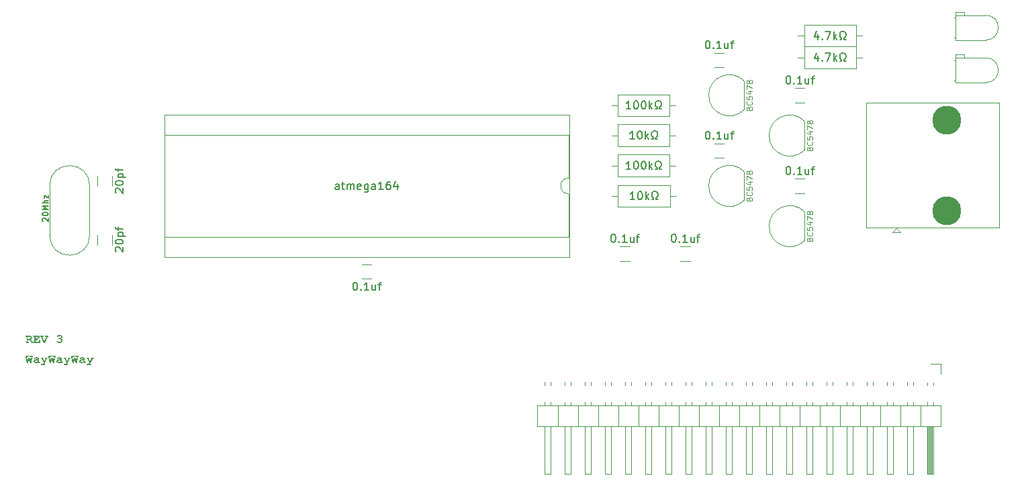
<source format=gbr>
%TF.GenerationSoftware,KiCad,Pcbnew,7.0.10*%
%TF.CreationDate,2024-03-03T15:09:26-07:00*%
%TF.ProjectId,networkv3,6e657477-6f72-46b7-9633-2e6b69636164,rev?*%
%TF.SameCoordinates,Original*%
%TF.FileFunction,Legend,Top*%
%TF.FilePolarity,Positive*%
%FSLAX46Y46*%
G04 Gerber Fmt 4.6, Leading zero omitted, Abs format (unit mm)*
G04 Created by KiCad (PCBNEW 7.0.10) date 2024-03-03 15:09:26*
%MOMM*%
%LPD*%
G01*
G04 APERTURE LIST*
%ADD10C,0.150000*%
%ADD11C,0.200000*%
%ADD12C,0.125000*%
%ADD13C,0.120000*%
%ADD14C,3.650000*%
G04 APERTURE END LIST*
D10*
X354625592Y-290567856D02*
X354589878Y-290532142D01*
X354589878Y-290532142D02*
X354554164Y-290460714D01*
X354554164Y-290460714D02*
X354554164Y-290282142D01*
X354554164Y-290282142D02*
X354589878Y-290210714D01*
X354589878Y-290210714D02*
X354625592Y-290174999D01*
X354625592Y-290174999D02*
X354697021Y-290139285D01*
X354697021Y-290139285D02*
X354768450Y-290139285D01*
X354768450Y-290139285D02*
X354875592Y-290174999D01*
X354875592Y-290174999D02*
X355304164Y-290603571D01*
X355304164Y-290603571D02*
X355304164Y-290139285D01*
X354554164Y-289674999D02*
X354554164Y-289603570D01*
X354554164Y-289603570D02*
X354589878Y-289532142D01*
X354589878Y-289532142D02*
X354625592Y-289496428D01*
X354625592Y-289496428D02*
X354697021Y-289460713D01*
X354697021Y-289460713D02*
X354839878Y-289424999D01*
X354839878Y-289424999D02*
X355018450Y-289424999D01*
X355018450Y-289424999D02*
X355161307Y-289460713D01*
X355161307Y-289460713D02*
X355232735Y-289496428D01*
X355232735Y-289496428D02*
X355268450Y-289532142D01*
X355268450Y-289532142D02*
X355304164Y-289603570D01*
X355304164Y-289603570D02*
X355304164Y-289674999D01*
X355304164Y-289674999D02*
X355268450Y-289746428D01*
X355268450Y-289746428D02*
X355232735Y-289782142D01*
X355232735Y-289782142D02*
X355161307Y-289817856D01*
X355161307Y-289817856D02*
X355018450Y-289853570D01*
X355018450Y-289853570D02*
X354839878Y-289853570D01*
X354839878Y-289853570D02*
X354697021Y-289817856D01*
X354697021Y-289817856D02*
X354625592Y-289782142D01*
X354625592Y-289782142D02*
X354589878Y-289746428D01*
X354589878Y-289746428D02*
X354554164Y-289674999D01*
X355304164Y-289103570D02*
X354554164Y-289103570D01*
X354554164Y-289103570D02*
X355089878Y-288853570D01*
X355089878Y-288853570D02*
X354554164Y-288603570D01*
X354554164Y-288603570D02*
X355304164Y-288603570D01*
X355304164Y-288246427D02*
X354554164Y-288246427D01*
X355304164Y-287924999D02*
X354911307Y-287924999D01*
X354911307Y-287924999D02*
X354839878Y-287960713D01*
X354839878Y-287960713D02*
X354804164Y-288032141D01*
X354804164Y-288032141D02*
X354804164Y-288139284D01*
X354804164Y-288139284D02*
X354839878Y-288210713D01*
X354839878Y-288210713D02*
X354875592Y-288246427D01*
X354804164Y-287639285D02*
X354804164Y-287246428D01*
X354804164Y-287246428D02*
X355304164Y-287639285D01*
X355304164Y-287639285D02*
X355304164Y-287246428D01*
D11*
G36*
X352940676Y-304964800D02*
G01*
X352961066Y-304965758D01*
X352980859Y-304967356D01*
X353000054Y-304969592D01*
X353018651Y-304972468D01*
X353036651Y-304975983D01*
X353054054Y-304980136D01*
X353070858Y-304984929D01*
X353087065Y-304990361D01*
X353102675Y-304996432D01*
X353117687Y-305003142D01*
X353132101Y-305010491D01*
X353145918Y-305018479D01*
X353159137Y-305027106D01*
X353171758Y-305036372D01*
X353183782Y-305046277D01*
X353195141Y-305056641D01*
X353205767Y-305067284D01*
X353215660Y-305078207D01*
X353224820Y-305089408D01*
X353233248Y-305100889D01*
X353240942Y-305112649D01*
X353247904Y-305124688D01*
X353254133Y-305137007D01*
X353259629Y-305149604D01*
X353264393Y-305162481D01*
X353268423Y-305175637D01*
X353271721Y-305189072D01*
X353274286Y-305202786D01*
X353276118Y-305216780D01*
X353277217Y-305231052D01*
X353277583Y-305245604D01*
X353277196Y-305259153D01*
X353276033Y-305272476D01*
X353274094Y-305285574D01*
X353271381Y-305298445D01*
X353267892Y-305311091D01*
X353263627Y-305323512D01*
X353258587Y-305335706D01*
X353252772Y-305347675D01*
X353246182Y-305359418D01*
X353238816Y-305370936D01*
X353233475Y-305378488D01*
X353224864Y-305389572D01*
X353215468Y-305400421D01*
X353205287Y-305411034D01*
X353194321Y-305421411D01*
X353182570Y-305431553D01*
X353170033Y-305441459D01*
X353156712Y-305451129D01*
X353147394Y-305457445D01*
X353137728Y-305463657D01*
X353127713Y-305469764D01*
X353117349Y-305475766D01*
X353106636Y-305481663D01*
X353101148Y-305484573D01*
X353110789Y-305492364D01*
X353120552Y-305500558D01*
X353130437Y-305509153D01*
X353140446Y-305518152D01*
X353150577Y-305527553D01*
X353160831Y-305537356D01*
X353171207Y-305547561D01*
X353181706Y-305558169D01*
X353192328Y-305569179D01*
X353203072Y-305580592D01*
X353210304Y-305588424D01*
X353219699Y-305599255D01*
X353227261Y-305608311D01*
X353235265Y-305618168D01*
X353243711Y-305628824D01*
X353252598Y-305640280D01*
X353261926Y-305652536D01*
X353271697Y-305665591D01*
X353278456Y-305674740D01*
X353285411Y-305684244D01*
X353292563Y-305694103D01*
X353299910Y-305704318D01*
X353307455Y-305714888D01*
X353322155Y-305715123D01*
X353335546Y-305715830D01*
X353347629Y-305717008D01*
X353360892Y-305719142D01*
X353372111Y-305722013D01*
X353382874Y-305726430D01*
X353388414Y-305729963D01*
X353398628Y-305739287D01*
X353407110Y-305748938D01*
X353413862Y-305758916D01*
X353418882Y-305769221D01*
X353422622Y-305782019D01*
X353423868Y-305795289D01*
X353423005Y-305808313D01*
X353420414Y-305820375D01*
X353416095Y-305831475D01*
X353410049Y-305841613D01*
X353402276Y-305850790D01*
X353399301Y-305853635D01*
X353389006Y-305861130D01*
X353378612Y-305866191D01*
X353366569Y-305870176D01*
X353352876Y-305873083D01*
X353340734Y-305874634D01*
X353327537Y-305875496D01*
X353316946Y-305875690D01*
X353225100Y-305875690D01*
X353212934Y-305858269D01*
X353200899Y-305841288D01*
X353188995Y-305824747D01*
X353177222Y-305808645D01*
X353165580Y-305792983D01*
X353154068Y-305777760D01*
X353142688Y-305762976D01*
X353131438Y-305748632D01*
X353120319Y-305734728D01*
X353109331Y-305721263D01*
X353098474Y-305708237D01*
X353087748Y-305695651D01*
X353077153Y-305683505D01*
X353066688Y-305671798D01*
X353056355Y-305660530D01*
X353046152Y-305649702D01*
X353036080Y-305639313D01*
X353026139Y-305629364D01*
X353016329Y-305619854D01*
X353006649Y-305610784D01*
X352997101Y-305602153D01*
X352987683Y-305593962D01*
X352978396Y-305586210D01*
X352969241Y-305578897D01*
X352960216Y-305572024D01*
X352942558Y-305559597D01*
X352925424Y-305548928D01*
X352908813Y-305540016D01*
X352900704Y-305536219D01*
X352741299Y-305536219D01*
X352741299Y-305714888D01*
X352799645Y-305714888D01*
X352813638Y-305715237D01*
X352826585Y-305716284D01*
X352838485Y-305718028D01*
X352851887Y-305721191D01*
X352863653Y-305725444D01*
X352873784Y-305730787D01*
X352882279Y-305737221D01*
X352890723Y-305745983D01*
X352897420Y-305755725D01*
X352902370Y-305766449D01*
X352905572Y-305778155D01*
X352907028Y-305790842D01*
X352907125Y-305795289D01*
X352906252Y-305808313D01*
X352903631Y-305820375D01*
X352899264Y-305831475D01*
X352893149Y-305841613D01*
X352885288Y-305850790D01*
X352882279Y-305853635D01*
X352871889Y-305861130D01*
X352861431Y-305866191D01*
X352849337Y-305870176D01*
X352835608Y-305873083D01*
X352823446Y-305874634D01*
X352810238Y-305875496D01*
X352799645Y-305875690D01*
X352555372Y-305875690D01*
X352541374Y-305875345D01*
X352528414Y-305874311D01*
X352516493Y-305872588D01*
X352503051Y-305869465D01*
X352491231Y-305865265D01*
X352481034Y-305859989D01*
X352472458Y-305853635D01*
X352464109Y-305844779D01*
X352457488Y-305834961D01*
X352452594Y-305824182D01*
X352449427Y-305812440D01*
X352447987Y-305799737D01*
X352447891Y-305795289D01*
X352448775Y-305782275D01*
X352451425Y-305770242D01*
X352455841Y-305759191D01*
X352462024Y-305749121D01*
X352469974Y-305740033D01*
X352473017Y-305737221D01*
X352483567Y-305729631D01*
X352494084Y-305724506D01*
X352506168Y-305720471D01*
X352519820Y-305717527D01*
X352531870Y-305715957D01*
X352544923Y-305715084D01*
X352555372Y-305714888D01*
X352580497Y-305714888D01*
X352580497Y-305125282D01*
X352741299Y-305125282D01*
X352741299Y-305375418D01*
X352866925Y-305375418D01*
X352879931Y-305375243D01*
X352892672Y-305374721D01*
X352905148Y-305373850D01*
X352917359Y-305372630D01*
X352929305Y-305371062D01*
X352940986Y-305369146D01*
X352952402Y-305366881D01*
X352963553Y-305364268D01*
X352974438Y-305361307D01*
X352988541Y-305356816D01*
X352991993Y-305355597D01*
X353005387Y-305350549D01*
X353017933Y-305345458D01*
X353029629Y-305340323D01*
X353040477Y-305335143D01*
X353050475Y-305329919D01*
X353062486Y-305322885D01*
X353072988Y-305315773D01*
X353081980Y-305308582D01*
X353091098Y-305299483D01*
X353098497Y-305290256D01*
X353105721Y-305279238D01*
X353111138Y-305268278D01*
X353114750Y-305257378D01*
X353116681Y-305244735D01*
X353116782Y-305241137D01*
X353115589Y-305227939D01*
X353112011Y-305215041D01*
X353106047Y-305202443D01*
X353099559Y-305192581D01*
X353091543Y-305182910D01*
X353082001Y-305173431D01*
X353070933Y-305164145D01*
X353067927Y-305161853D01*
X353058424Y-305155317D01*
X353048131Y-305149424D01*
X353037048Y-305144174D01*
X353025175Y-305139567D01*
X353012512Y-305135603D01*
X352999058Y-305132282D01*
X352984815Y-305129603D01*
X352969781Y-305127567D01*
X352953958Y-305126175D01*
X352937344Y-305125425D01*
X352925830Y-305125282D01*
X352741299Y-305125282D01*
X352580497Y-305125282D01*
X352555372Y-305125282D01*
X352541374Y-305124937D01*
X352528414Y-305123903D01*
X352516493Y-305122180D01*
X352503051Y-305119057D01*
X352491231Y-305114858D01*
X352481034Y-305109581D01*
X352472458Y-305103227D01*
X352464109Y-305094371D01*
X352457488Y-305084553D01*
X352452594Y-305073774D01*
X352449427Y-305062032D01*
X352447987Y-305049329D01*
X352447891Y-305044881D01*
X352448755Y-305031867D01*
X352451346Y-305019834D01*
X352455665Y-305008783D01*
X352461710Y-304998713D01*
X352469483Y-304989625D01*
X352472458Y-304986814D01*
X352482944Y-304979224D01*
X352493466Y-304974098D01*
X352505610Y-304970063D01*
X352519376Y-304967119D01*
X352531557Y-304965549D01*
X352544776Y-304964676D01*
X352555372Y-304964480D01*
X352919688Y-304964480D01*
X352940676Y-304964800D01*
G37*
G36*
X353702479Y-305482619D02*
G01*
X353702479Y-305714888D01*
X354113138Y-305714888D01*
X354113138Y-305625554D01*
X354113487Y-305611626D01*
X354114534Y-305598736D01*
X354116279Y-305586884D01*
X354119441Y-305573530D01*
X354123694Y-305561797D01*
X354129037Y-305551687D01*
X354135471Y-305543199D01*
X354144422Y-305534755D01*
X354154315Y-305528058D01*
X354165151Y-305523108D01*
X354176928Y-305519905D01*
X354189648Y-305518449D01*
X354194097Y-305518352D01*
X354206836Y-305519226D01*
X354218673Y-305521846D01*
X354229606Y-305526214D01*
X354239637Y-305532328D01*
X354248764Y-305540190D01*
X354251606Y-305543199D01*
X354259291Y-305553579D01*
X354264480Y-305564014D01*
X354268566Y-305576071D01*
X354271547Y-305589750D01*
X354273137Y-305601861D01*
X354274020Y-305615010D01*
X354274219Y-305625554D01*
X354274219Y-305875690D01*
X353516553Y-305875690D01*
X353502555Y-305875345D01*
X353489595Y-305874311D01*
X353477674Y-305872588D01*
X353464232Y-305869465D01*
X353452412Y-305865265D01*
X353442215Y-305859989D01*
X353433639Y-305853635D01*
X353425195Y-305844779D01*
X353418499Y-305834961D01*
X353413549Y-305824182D01*
X353410346Y-305812440D01*
X353408890Y-305799737D01*
X353408793Y-305795289D01*
X353409676Y-305782275D01*
X353412326Y-305770242D01*
X353416743Y-305759191D01*
X353422926Y-305749121D01*
X353430876Y-305740033D01*
X353433918Y-305737221D01*
X353444479Y-305729631D01*
X353455019Y-305724506D01*
X353467140Y-305720471D01*
X353480842Y-305717527D01*
X353492942Y-305715957D01*
X353506054Y-305715084D01*
X353516553Y-305714888D01*
X353541678Y-305714888D01*
X353541678Y-305125282D01*
X353516553Y-305125282D01*
X353502555Y-305124937D01*
X353489595Y-305123903D01*
X353477674Y-305122180D01*
X353464232Y-305119057D01*
X353452412Y-305114858D01*
X353442215Y-305109581D01*
X353433639Y-305103227D01*
X353425195Y-305094371D01*
X353418499Y-305084553D01*
X353413549Y-305073774D01*
X353410346Y-305062032D01*
X353408890Y-305049329D01*
X353408793Y-305044881D01*
X353409667Y-305031867D01*
X353412287Y-305019834D01*
X353416655Y-305008783D01*
X353422769Y-304998713D01*
X353430630Y-304989625D01*
X353433639Y-304986814D01*
X353444124Y-304979224D01*
X353454646Y-304974098D01*
X353466791Y-304970063D01*
X353480557Y-304967119D01*
X353492738Y-304965549D01*
X353505957Y-304964676D01*
X353516553Y-304964480D01*
X354238764Y-304965318D01*
X354238764Y-305214616D01*
X354238420Y-305228548D01*
X354237386Y-305241451D01*
X354235663Y-305253325D01*
X354232540Y-305266719D01*
X354228340Y-305278504D01*
X354223063Y-305288681D01*
X354216710Y-305297250D01*
X354208034Y-305305599D01*
X354198337Y-305312221D01*
X354187619Y-305317115D01*
X354175881Y-305320282D01*
X354163122Y-305321721D01*
X354158643Y-305321817D01*
X354145619Y-305320953D01*
X354133557Y-305318362D01*
X354122456Y-305314044D01*
X354112318Y-305307998D01*
X354103141Y-305300225D01*
X354100296Y-305297250D01*
X354092706Y-305286775D01*
X354087581Y-305276276D01*
X354083546Y-305264169D01*
X354080602Y-305250453D01*
X354079031Y-305238322D01*
X354078159Y-305225162D01*
X354077963Y-305214616D01*
X354077963Y-305125282D01*
X353702479Y-305125282D01*
X353702479Y-305321817D01*
X353844018Y-305321817D01*
X353844202Y-305308024D01*
X353844751Y-305295540D01*
X353845667Y-305284365D01*
X353847328Y-305272236D01*
X353850076Y-305260380D01*
X353855022Y-305249152D01*
X353855744Y-305248116D01*
X353863831Y-305238465D01*
X353872914Y-305230450D01*
X353882991Y-305224071D01*
X353894064Y-305219327D01*
X353906132Y-305216219D01*
X353919195Y-305214747D01*
X353924698Y-305214616D01*
X353937533Y-305215489D01*
X353949444Y-305218110D01*
X353960433Y-305222477D01*
X353970500Y-305228592D01*
X353979644Y-305236453D01*
X353982487Y-305239462D01*
X353990076Y-305249843D01*
X353995202Y-305260277D01*
X353999237Y-305272334D01*
X354002181Y-305286013D01*
X354003751Y-305298124D01*
X354004624Y-305311274D01*
X354004820Y-305321817D01*
X354004820Y-305482619D01*
X354004624Y-305496416D01*
X354004035Y-305508913D01*
X354003054Y-305520110D01*
X354001275Y-305532279D01*
X353998330Y-305544200D01*
X353993779Y-305554412D01*
X353992257Y-305556599D01*
X353983983Y-305566169D01*
X353974864Y-305574118D01*
X353964899Y-305580444D01*
X353954090Y-305585148D01*
X353942435Y-305588230D01*
X353929935Y-305589690D01*
X353924698Y-305589820D01*
X353911238Y-305589002D01*
X353898772Y-305586548D01*
X353887301Y-305582459D01*
X353876825Y-305576734D01*
X353867345Y-305569373D01*
X353858859Y-305560376D01*
X353855744Y-305556320D01*
X353850614Y-305545746D01*
X353847728Y-305534381D01*
X353845954Y-305522660D01*
X353844751Y-305508896D01*
X353844202Y-305496411D01*
X353844018Y-305482619D01*
X353702479Y-305482619D01*
G37*
G36*
X354827812Y-305650958D02*
G01*
X355060919Y-305125282D01*
X355024068Y-305125282D01*
X355010070Y-305124937D01*
X354997111Y-305123903D01*
X354985190Y-305122180D01*
X354971748Y-305119057D01*
X354959928Y-305114858D01*
X354949730Y-305109581D01*
X354941155Y-305103227D01*
X354932806Y-305094371D01*
X354926184Y-305084553D01*
X354921290Y-305073774D01*
X354918123Y-305062032D01*
X354916684Y-305049329D01*
X354916588Y-305044881D01*
X354917452Y-305031867D01*
X354920043Y-305019834D01*
X354924361Y-305008783D01*
X354930407Y-304998713D01*
X354938180Y-304989625D01*
X354941155Y-304986814D01*
X354951640Y-304979224D01*
X354962162Y-304974098D01*
X354974306Y-304970063D01*
X354988073Y-304967119D01*
X355000253Y-304965549D01*
X355013473Y-304964676D01*
X355024068Y-304964480D01*
X355239866Y-304964480D01*
X355253925Y-304964829D01*
X355266928Y-304965876D01*
X355278876Y-304967621D01*
X355292326Y-304970783D01*
X355304127Y-304975036D01*
X355314278Y-304980380D01*
X355322780Y-304986814D01*
X355331223Y-304995575D01*
X355337920Y-305005317D01*
X355342870Y-305016041D01*
X355346073Y-305027747D01*
X355347529Y-305040434D01*
X355347626Y-305044881D01*
X355346301Y-305058160D01*
X355343172Y-305068881D01*
X355338204Y-305079288D01*
X355331395Y-305089382D01*
X355322746Y-305099163D01*
X355314502Y-305106762D01*
X355309938Y-305110486D01*
X355300196Y-305116251D01*
X355288974Y-305120066D01*
X355277599Y-305122450D01*
X355264383Y-305124111D01*
X355252486Y-305124920D01*
X355239411Y-305125267D01*
X355235958Y-305125282D01*
X354905421Y-305875690D01*
X354750761Y-305875690D01*
X354421062Y-305125282D01*
X354407561Y-305125046D01*
X354395256Y-305124339D01*
X354384146Y-305123162D01*
X354371939Y-305121027D01*
X354359756Y-305117494D01*
X354348941Y-305112032D01*
X354346524Y-305110207D01*
X354337691Y-305102774D01*
X354328305Y-305093188D01*
X354320760Y-305083275D01*
X354315056Y-305073036D01*
X354311191Y-305062469D01*
X354308983Y-305049356D01*
X354308836Y-305044881D01*
X354309709Y-305031867D01*
X354312330Y-305019834D01*
X354316697Y-305008783D01*
X354322812Y-304998713D01*
X354330673Y-304989625D01*
X354333682Y-304986814D01*
X354344072Y-304979224D01*
X354354530Y-304974098D01*
X354366624Y-304970063D01*
X354380353Y-304967119D01*
X354392515Y-304965549D01*
X354405723Y-304964676D01*
X354416316Y-304964480D01*
X354633789Y-304964480D01*
X354647652Y-304964829D01*
X354660485Y-304965876D01*
X354672288Y-304967621D01*
X354685595Y-304970783D01*
X354697294Y-304975036D01*
X354707384Y-304980380D01*
X354715865Y-304986814D01*
X354724309Y-304995575D01*
X354731006Y-305005317D01*
X354735955Y-305016041D01*
X354739158Y-305027747D01*
X354740614Y-305040434D01*
X354740711Y-305044881D01*
X354739847Y-305057905D01*
X354737256Y-305069967D01*
X354732938Y-305081067D01*
X354726892Y-305091206D01*
X354719119Y-305100382D01*
X354716144Y-305103227D01*
X354705849Y-305110722D01*
X354695455Y-305115784D01*
X354683412Y-305119768D01*
X354669719Y-305122676D01*
X354657577Y-305124226D01*
X354644380Y-305125088D01*
X354633789Y-305125282D01*
X354596101Y-305125282D01*
X354827812Y-305650958D01*
G37*
G36*
X356978534Y-305354759D02*
G01*
X356991616Y-305363631D01*
X357004059Y-305372762D01*
X357015864Y-305382154D01*
X357027031Y-305391806D01*
X357037561Y-305401718D01*
X357047452Y-305411890D01*
X357056706Y-305422322D01*
X357065321Y-305433014D01*
X357073299Y-305443966D01*
X357080639Y-305455178D01*
X357085177Y-305462798D01*
X357091513Y-305474443D01*
X357097226Y-305486349D01*
X357102316Y-305498515D01*
X357106782Y-305510941D01*
X357110626Y-305523627D01*
X357113846Y-305536574D01*
X357116442Y-305549780D01*
X357118416Y-305563246D01*
X357119766Y-305576973D01*
X357120493Y-305590959D01*
X357120632Y-305600428D01*
X357120220Y-305615710D01*
X357118983Y-305630775D01*
X357116922Y-305645624D01*
X357114036Y-305660258D01*
X357110326Y-305674675D01*
X357105792Y-305688877D01*
X357100433Y-305702863D01*
X357094250Y-305716633D01*
X357087243Y-305730187D01*
X357079411Y-305743525D01*
X357073731Y-305752297D01*
X357064619Y-305765083D01*
X357054766Y-305777271D01*
X357044172Y-305788861D01*
X357032837Y-305799851D01*
X357020761Y-305810243D01*
X357007944Y-305820037D01*
X356994386Y-305829231D01*
X356980087Y-305837827D01*
X356970143Y-305843225D01*
X356959869Y-305848357D01*
X356949266Y-305853223D01*
X356938334Y-305857823D01*
X356927056Y-305862150D01*
X356915346Y-305866198D01*
X356903204Y-305869967D01*
X356890631Y-305873456D01*
X356877626Y-305876667D01*
X356864188Y-305879598D01*
X356850319Y-305882250D01*
X356836018Y-305884623D01*
X356821286Y-305886717D01*
X356806121Y-305888531D01*
X356790525Y-305890067D01*
X356774496Y-305891323D01*
X356758036Y-305892300D01*
X356741144Y-305892998D01*
X356723821Y-305893417D01*
X356706065Y-305893556D01*
X356694482Y-305893501D01*
X356683080Y-305893334D01*
X356671859Y-305893056D01*
X356649957Y-305892166D01*
X356628777Y-305890831D01*
X356608319Y-305889051D01*
X356588583Y-305886827D01*
X356569569Y-305884157D01*
X356551277Y-305881043D01*
X356533707Y-305877483D01*
X356516859Y-305873479D01*
X356500732Y-305869030D01*
X356485328Y-305864136D01*
X356470645Y-305858796D01*
X356456684Y-305853012D01*
X356443446Y-305846783D01*
X356430929Y-305840110D01*
X356424941Y-305836606D01*
X356415562Y-305830476D01*
X356404491Y-305821959D01*
X356395060Y-305813049D01*
X356387270Y-305803747D01*
X356381119Y-305794053D01*
X356375738Y-305781383D01*
X356372919Y-305768099D01*
X356372457Y-305759834D01*
X356373272Y-305747530D01*
X356375716Y-305735952D01*
X356379789Y-305725100D01*
X356385491Y-305714975D01*
X356392822Y-305705576D01*
X356395628Y-305702604D01*
X356404661Y-305694635D01*
X356414381Y-305688314D01*
X356424787Y-305683643D01*
X356435881Y-305680620D01*
X356447662Y-305679246D01*
X356451741Y-305679154D01*
X356463170Y-305680061D01*
X356474843Y-305682783D01*
X356486760Y-305687320D01*
X356497388Y-305692778D01*
X356498921Y-305693671D01*
X356509563Y-305700121D01*
X356520028Y-305705863D01*
X356530315Y-305710895D01*
X356542427Y-305715999D01*
X356554283Y-305720082D01*
X356563968Y-305722705D01*
X356576312Y-305725060D01*
X356589756Y-305727101D01*
X356604299Y-305728829D01*
X356615928Y-305729918D01*
X356628174Y-305730831D01*
X356641040Y-305731567D01*
X356654523Y-305732127D01*
X356668625Y-305732509D01*
X356683345Y-305732715D01*
X356693502Y-305732755D01*
X356710752Y-305732622D01*
X356727395Y-305732223D01*
X356743432Y-305731557D01*
X356758863Y-305730626D01*
X356773687Y-305729429D01*
X356787905Y-305727965D01*
X356801517Y-305726236D01*
X356814522Y-305724240D01*
X356826921Y-305721978D01*
X356838714Y-305719451D01*
X356849901Y-305716657D01*
X356865543Y-305711967D01*
X356879822Y-305706678D01*
X356892736Y-305700791D01*
X356896738Y-305698696D01*
X356907963Y-305692062D01*
X356918084Y-305684933D01*
X356927102Y-305677308D01*
X356935015Y-305669187D01*
X356943848Y-305657588D01*
X356950718Y-305645109D01*
X356955625Y-305631748D01*
X356958569Y-305617506D01*
X356959490Y-305606246D01*
X356959551Y-305602382D01*
X356958979Y-305590919D01*
X356957265Y-305579560D01*
X356954408Y-305568306D01*
X356950408Y-305557157D01*
X356945265Y-305546112D01*
X356938980Y-305535172D01*
X356931551Y-305524337D01*
X356922980Y-305513607D01*
X356913514Y-305503168D01*
X356903263Y-305493349D01*
X356892227Y-305484150D01*
X356880406Y-305475570D01*
X356867800Y-305467609D01*
X356857830Y-305462045D01*
X356847419Y-305456829D01*
X356836565Y-305451962D01*
X356825270Y-305447443D01*
X356813085Y-305443460D01*
X356801620Y-305440568D01*
X356788627Y-305437938D01*
X356774108Y-305435569D01*
X356762217Y-305433965D01*
X356749467Y-305432507D01*
X356735859Y-305431197D01*
X356721391Y-305430034D01*
X356706065Y-305429018D01*
X356694033Y-305427830D01*
X356682886Y-305425659D01*
X356670680Y-305421760D01*
X356659750Y-305416447D01*
X356650096Y-305409721D01*
X356644368Y-305404451D01*
X356637063Y-305395713D01*
X356630451Y-305384601D01*
X356625895Y-305372499D01*
X356623628Y-305361340D01*
X356622872Y-305349455D01*
X356623697Y-305336961D01*
X356626170Y-305325233D01*
X356630292Y-305314270D01*
X356636063Y-305304072D01*
X356643483Y-305294641D01*
X356646323Y-305291667D01*
X356655653Y-305283697D01*
X356665847Y-305277377D01*
X356676905Y-305272705D01*
X356688826Y-305269682D01*
X356701611Y-305268308D01*
X356706065Y-305268217D01*
X356720433Y-305268209D01*
X356733490Y-305268187D01*
X356745237Y-305268150D01*
X356758862Y-305268078D01*
X356770158Y-305267980D01*
X356782733Y-305267784D01*
X356791770Y-305267379D01*
X356803495Y-305265881D01*
X356815220Y-305263479D01*
X356826945Y-305260175D01*
X356838670Y-305255968D01*
X356850396Y-305250858D01*
X356854304Y-305248954D01*
X356865702Y-305242679D01*
X356876236Y-305235580D01*
X356885907Y-305227656D01*
X356894714Y-305218908D01*
X356902657Y-305209336D01*
X356905113Y-305205962D01*
X356911659Y-305195643D01*
X356916851Y-305185207D01*
X356920689Y-305174653D01*
X356923454Y-305162192D01*
X356924376Y-305149569D01*
X356923669Y-305138246D01*
X356920798Y-305124631D01*
X356915719Y-305111615D01*
X356910066Y-305101635D01*
X356902999Y-305092039D01*
X356894520Y-305082826D01*
X356884627Y-305073997D01*
X356879150Y-305069727D01*
X356867141Y-305061810D01*
X356857213Y-305056565D01*
X356846495Y-305051914D01*
X356834986Y-305047856D01*
X356822688Y-305044392D01*
X356809599Y-305041522D01*
X356795721Y-305039246D01*
X356781052Y-305037564D01*
X356765593Y-305036475D01*
X356749345Y-305035980D01*
X356743753Y-305035947D01*
X356729450Y-305036227D01*
X356715574Y-305037064D01*
X356702126Y-305038460D01*
X356689105Y-305040414D01*
X356676512Y-305042927D01*
X356664347Y-305045998D01*
X356652608Y-305049627D01*
X356641298Y-305053814D01*
X356630414Y-305058560D01*
X356619959Y-305063864D01*
X356609930Y-305069727D01*
X356600329Y-305076148D01*
X356591156Y-305083127D01*
X356582410Y-305090665D01*
X356574092Y-305098761D01*
X356566201Y-305107415D01*
X356558705Y-305115745D01*
X356550009Y-305124374D01*
X356540821Y-305131743D01*
X356537167Y-305133936D01*
X356526491Y-305138794D01*
X356515052Y-305141853D01*
X356502849Y-305143113D01*
X356500317Y-305143149D01*
X356488288Y-305142304D01*
X356476906Y-305139772D01*
X356466172Y-305135552D01*
X356456086Y-305129644D01*
X356446648Y-305122047D01*
X356443646Y-305119140D01*
X356435676Y-305109639D01*
X356429356Y-305099354D01*
X356424684Y-305088283D01*
X356421661Y-305076427D01*
X356420287Y-305063786D01*
X356420195Y-305059398D01*
X356421325Y-305045561D01*
X356424714Y-305031830D01*
X356430363Y-305018203D01*
X356436083Y-305008051D01*
X356443073Y-304997959D01*
X356451334Y-304987925D01*
X356460867Y-304977950D01*
X356471670Y-304968034D01*
X356483745Y-304958177D01*
X356492500Y-304951638D01*
X356505861Y-304942375D01*
X356519632Y-304933710D01*
X356533813Y-304925643D01*
X356548404Y-304918173D01*
X356563405Y-304911300D01*
X356578816Y-304905026D01*
X356594637Y-304899348D01*
X356610868Y-304894269D01*
X356627509Y-304889787D01*
X356644560Y-304885902D01*
X356662022Y-304882616D01*
X356679893Y-304879927D01*
X356698174Y-304877835D01*
X356716865Y-304876341D01*
X356735967Y-304875445D01*
X356755478Y-304875146D01*
X356773882Y-304875461D01*
X356791827Y-304876406D01*
X356809311Y-304877982D01*
X356826335Y-304880188D01*
X356842898Y-304883025D01*
X356859002Y-304886491D01*
X356874645Y-304890588D01*
X356889828Y-304895316D01*
X356904551Y-304900673D01*
X356918814Y-304906661D01*
X356932616Y-304913280D01*
X356945959Y-304920528D01*
X356958841Y-304928407D01*
X356971263Y-304936916D01*
X356983225Y-304946056D01*
X356994726Y-304955826D01*
X357005679Y-304966039D01*
X357015926Y-304976510D01*
X357025465Y-304987239D01*
X357034299Y-304998225D01*
X357042425Y-305009468D01*
X357049845Y-305020968D01*
X357056558Y-305032726D01*
X357062564Y-305044741D01*
X357067864Y-305057014D01*
X357072458Y-305069544D01*
X357076344Y-305082331D01*
X357079524Y-305095376D01*
X357081997Y-305108678D01*
X357083764Y-305122237D01*
X357084824Y-305136054D01*
X357085177Y-305150128D01*
X357084758Y-305164736D01*
X357083502Y-305179109D01*
X357081408Y-305193246D01*
X357078477Y-305207148D01*
X357074708Y-305220814D01*
X357070102Y-305234245D01*
X357064658Y-305247440D01*
X357058377Y-305260400D01*
X357051328Y-305273050D01*
X357043441Y-305285455D01*
X357036977Y-305294599D01*
X357030041Y-305303606D01*
X357022634Y-305312475D01*
X357014757Y-305321206D01*
X357006408Y-305329801D01*
X356997588Y-305338258D01*
X356988297Y-305346577D01*
X356978534Y-305354759D01*
G37*
G36*
X352907963Y-307981860D02*
G01*
X352758607Y-308415690D01*
X352577984Y-308415690D01*
X352482229Y-307665282D01*
X352469039Y-307664506D01*
X352457104Y-307662180D01*
X352446426Y-307658304D01*
X352435556Y-307651821D01*
X352426395Y-307643227D01*
X352419107Y-307632802D01*
X352413609Y-307621067D01*
X352410321Y-307609967D01*
X352408349Y-307597905D01*
X352407691Y-307584881D01*
X352408555Y-307571867D01*
X352411146Y-307559834D01*
X352415464Y-307548783D01*
X352421510Y-307538713D01*
X352429283Y-307529625D01*
X352432258Y-307526814D01*
X352442743Y-307519224D01*
X352453265Y-307514098D01*
X352465409Y-307510063D01*
X352479176Y-307507119D01*
X352491357Y-307505549D01*
X352504576Y-307504676D01*
X352515171Y-307504480D01*
X352729574Y-307504480D01*
X352743571Y-307504829D01*
X352756531Y-307505876D01*
X352768452Y-307507621D01*
X352781894Y-307510783D01*
X352793714Y-307515036D01*
X352803911Y-307520380D01*
X352812487Y-307526814D01*
X352820931Y-307535575D01*
X352827627Y-307545317D01*
X352832577Y-307556041D01*
X352835780Y-307567747D01*
X352837236Y-307580434D01*
X352837333Y-307584881D01*
X352836459Y-307597905D01*
X352833839Y-307609967D01*
X352829472Y-307621067D01*
X352823357Y-307631206D01*
X352815496Y-307640382D01*
X352812487Y-307643227D01*
X352802002Y-307650722D01*
X352791480Y-307655784D01*
X352779335Y-307659768D01*
X352765569Y-307662676D01*
X352753388Y-307664226D01*
X352740169Y-307665088D01*
X352729574Y-307665282D01*
X352645543Y-307665282D01*
X352699144Y-308092132D01*
X352825329Y-307736749D01*
X352992551Y-307736749D01*
X353118178Y-308092132D01*
X353171778Y-307665282D01*
X353087748Y-307665282D01*
X353073750Y-307664937D01*
X353060791Y-307663903D01*
X353048869Y-307662180D01*
X353035427Y-307659057D01*
X353023608Y-307654858D01*
X353013410Y-307649581D01*
X353004835Y-307643227D01*
X352996391Y-307634371D01*
X352989694Y-307624553D01*
X352984744Y-307613774D01*
X352981541Y-307602032D01*
X352980086Y-307589329D01*
X352979989Y-307584881D01*
X352980862Y-307571867D01*
X352983483Y-307559834D01*
X352987850Y-307548783D01*
X352993965Y-307538713D01*
X353001826Y-307529625D01*
X353004835Y-307526814D01*
X353015320Y-307519224D01*
X353025842Y-307514098D01*
X353037986Y-307510063D01*
X353051752Y-307507119D01*
X353063933Y-307505549D01*
X353077152Y-307504676D01*
X353087748Y-307504480D01*
X353301313Y-307504480D01*
X353315306Y-307504829D01*
X353328253Y-307505876D01*
X353340152Y-307507621D01*
X353353555Y-307510783D01*
X353365321Y-307515036D01*
X353375452Y-307520380D01*
X353383947Y-307526814D01*
X353392391Y-307535575D01*
X353399088Y-307545317D01*
X353404037Y-307556041D01*
X353407240Y-307567747D01*
X353408696Y-307580434D01*
X353408793Y-307584881D01*
X353408096Y-307597905D01*
X353406006Y-307609967D01*
X353402522Y-307621067D01*
X353397644Y-307631206D01*
X353390191Y-307641818D01*
X353388972Y-307643227D01*
X353379594Y-307651821D01*
X353368560Y-307658304D01*
X353357784Y-307662180D01*
X353345790Y-307664506D01*
X353332580Y-307665282D01*
X353239895Y-308415690D01*
X353062623Y-308415690D01*
X352907963Y-307981860D01*
G37*
G36*
X353876454Y-307719119D02*
G01*
X353894409Y-307719829D01*
X353911839Y-307721012D01*
X353928746Y-307722668D01*
X353945130Y-307724798D01*
X353960990Y-307727401D01*
X353976327Y-307730478D01*
X353991141Y-307734027D01*
X354005431Y-307738050D01*
X354019197Y-307742546D01*
X354032440Y-307747516D01*
X354045160Y-307752958D01*
X354057356Y-307758874D01*
X354069029Y-307765264D01*
X354080178Y-307772126D01*
X354090804Y-307779462D01*
X354100845Y-307787208D01*
X354110237Y-307795301D01*
X354118982Y-307803740D01*
X354127079Y-307812526D01*
X354134528Y-307821659D01*
X354141330Y-307831139D01*
X354147483Y-307840965D01*
X354152989Y-307851139D01*
X354157848Y-307861659D01*
X354162058Y-307872526D01*
X354165621Y-307883740D01*
X354168536Y-307895300D01*
X354170803Y-307907207D01*
X354172422Y-307919461D01*
X354173394Y-307932062D01*
X354173718Y-307945010D01*
X354173718Y-308254888D01*
X354201076Y-308254888D01*
X354215074Y-308255237D01*
X354228034Y-308256284D01*
X354239955Y-308258028D01*
X354253397Y-308261191D01*
X354265217Y-308265444D01*
X354275414Y-308270787D01*
X354283990Y-308277221D01*
X354292433Y-308285983D01*
X354299130Y-308295725D01*
X354304080Y-308306449D01*
X354307283Y-308318155D01*
X354308739Y-308330842D01*
X354308836Y-308335289D01*
X354307962Y-308348313D01*
X354305342Y-308360375D01*
X354300974Y-308371475D01*
X354294860Y-308381613D01*
X354286998Y-308390790D01*
X354283990Y-308393635D01*
X354273504Y-308401130D01*
X354262982Y-308406191D01*
X354250838Y-308410176D01*
X354237072Y-308413083D01*
X354224891Y-308414634D01*
X354211672Y-308415496D01*
X354201076Y-308415690D01*
X354012637Y-308415690D01*
X354012637Y-308326355D01*
X354001168Y-308336170D01*
X353989478Y-308345513D01*
X353977567Y-308354386D01*
X353965435Y-308362787D01*
X353953083Y-308370717D01*
X353940510Y-308378176D01*
X353927716Y-308385164D01*
X353914701Y-308391681D01*
X353901465Y-308397727D01*
X353888008Y-308403301D01*
X353878915Y-308406756D01*
X353865371Y-308411546D01*
X353852062Y-308415864D01*
X353838989Y-308419711D01*
X353826152Y-308423087D01*
X353813550Y-308425993D01*
X353801183Y-308428427D01*
X353789053Y-308430390D01*
X353777157Y-308431881D01*
X353765498Y-308432902D01*
X353754073Y-308433452D01*
X353746588Y-308433556D01*
X353730552Y-308433306D01*
X353714898Y-308432553D01*
X353699626Y-308431299D01*
X353684735Y-308429543D01*
X353670226Y-308427286D01*
X353656098Y-308424527D01*
X353642352Y-308421266D01*
X353628988Y-308417504D01*
X353616006Y-308413240D01*
X353603405Y-308408475D01*
X353591186Y-308403208D01*
X353579348Y-308397439D01*
X353567892Y-308391168D01*
X353556818Y-308384396D01*
X353546126Y-308377123D01*
X353535815Y-308369347D01*
X353526045Y-308361233D01*
X353516906Y-308353012D01*
X353508397Y-308344683D01*
X353500518Y-308336248D01*
X353493269Y-308327706D01*
X353483578Y-308314693D01*
X353475305Y-308301439D01*
X353468451Y-308287945D01*
X353463014Y-308274211D01*
X353458996Y-308260235D01*
X353456396Y-308246020D01*
X353455214Y-308231564D01*
X353455135Y-308226692D01*
X353455336Y-308220829D01*
X353621799Y-308220829D01*
X353623871Y-308231838D01*
X353630087Y-308241483D01*
X353639225Y-308248999D01*
X353643016Y-308251259D01*
X353653245Y-308256297D01*
X353664390Y-308260663D01*
X353676451Y-308264358D01*
X353689428Y-308267381D01*
X353703321Y-308269732D01*
X353718130Y-308271411D01*
X353729838Y-308272230D01*
X353742062Y-308272671D01*
X353750497Y-308272755D01*
X353765253Y-308272462D01*
X353776636Y-308271860D01*
X353788288Y-308270928D01*
X353800210Y-308269668D01*
X353812402Y-308268079D01*
X353824865Y-308266161D01*
X353837596Y-308263914D01*
X353850598Y-308261338D01*
X353863870Y-308258434D01*
X353877412Y-308255201D01*
X353881986Y-308254050D01*
X353895610Y-308250373D01*
X353908949Y-308246460D01*
X353922004Y-308242312D01*
X353934775Y-308237928D01*
X353947260Y-308233309D01*
X353959462Y-308228454D01*
X353971378Y-308223363D01*
X353983010Y-308218037D01*
X353994357Y-308212476D01*
X354005420Y-308206679D01*
X354012637Y-308202683D01*
X354012637Y-308145453D01*
X354000622Y-308143560D01*
X353988724Y-308141789D01*
X353976945Y-308140140D01*
X353965283Y-308138614D01*
X353953739Y-308137209D01*
X353942312Y-308135927D01*
X353931004Y-308134766D01*
X353919813Y-308133728D01*
X353903248Y-308132400D01*
X353886947Y-308131347D01*
X353870912Y-308130568D01*
X353855142Y-308130064D01*
X353839636Y-308129835D01*
X353834527Y-308129820D01*
X353822351Y-308129975D01*
X353810392Y-308130439D01*
X353798648Y-308131214D01*
X353787120Y-308132297D01*
X353775808Y-308133691D01*
X353764712Y-308135395D01*
X353748473Y-308138530D01*
X353732720Y-308142363D01*
X353717453Y-308146892D01*
X353702671Y-308152119D01*
X353688376Y-308158042D01*
X353674566Y-308164662D01*
X353665629Y-308169462D01*
X353655357Y-308175822D01*
X353644442Y-308183796D01*
X353635667Y-308191798D01*
X353627963Y-308201436D01*
X353622870Y-308212729D01*
X353621799Y-308220829D01*
X353455336Y-308220829D01*
X353455539Y-308214880D01*
X353456749Y-308203176D01*
X353458767Y-308191578D01*
X353461591Y-308180088D01*
X353465222Y-308168704D01*
X353469661Y-308157427D01*
X353474906Y-308146257D01*
X353480958Y-308135194D01*
X353487818Y-308124238D01*
X353495484Y-308113388D01*
X353503957Y-308102646D01*
X353513237Y-308092010D01*
X353523325Y-308081481D01*
X353534219Y-308071059D01*
X353545920Y-308060744D01*
X353558428Y-308050536D01*
X353571647Y-308040664D01*
X353585481Y-308031430D01*
X353599930Y-308022832D01*
X353614995Y-308014872D01*
X353630674Y-308007548D01*
X353646968Y-308000861D01*
X353663878Y-307994811D01*
X353681402Y-307989398D01*
X353699542Y-307984621D01*
X353718296Y-307980482D01*
X353737666Y-307976979D01*
X353757650Y-307974113D01*
X353778250Y-307971884D01*
X353799465Y-307970292D01*
X353821294Y-307969337D01*
X353843739Y-307969018D01*
X353857652Y-307969156D01*
X353871963Y-307969568D01*
X353886671Y-307970255D01*
X353901776Y-307971217D01*
X353917279Y-307972453D01*
X353933179Y-307973965D01*
X353949477Y-307975751D01*
X353960563Y-307977094D01*
X353971826Y-307978560D01*
X353983265Y-307980148D01*
X353994882Y-307981858D01*
X354006674Y-307983690D01*
X354012637Y-307984652D01*
X354012637Y-307951151D01*
X354011547Y-307939734D01*
X354007523Y-307927455D01*
X354001712Y-307917824D01*
X353993723Y-307909017D01*
X353983556Y-307901034D01*
X353981649Y-307899784D01*
X353970595Y-307893994D01*
X353959780Y-307890068D01*
X353947211Y-307886770D01*
X353932888Y-307884100D01*
X353920995Y-307882511D01*
X353908116Y-307881274D01*
X353894250Y-307880391D01*
X353879399Y-307879861D01*
X353863560Y-307879684D01*
X353849787Y-307879915D01*
X353835268Y-307880606D01*
X353820003Y-307881760D01*
X353803993Y-307883374D01*
X353792904Y-307884707D01*
X353781484Y-307886244D01*
X353769733Y-307887987D01*
X353757650Y-307889935D01*
X353745236Y-307892087D01*
X353732490Y-307894445D01*
X353719413Y-307897008D01*
X353706004Y-307899775D01*
X353692264Y-307902748D01*
X353678192Y-307905926D01*
X353665395Y-307908660D01*
X353653524Y-307910931D01*
X353640504Y-307913045D01*
X353628818Y-307914491D01*
X353616871Y-307915334D01*
X353612308Y-307915418D01*
X353600517Y-307914613D01*
X353589433Y-307912198D01*
X353577395Y-307907347D01*
X353567842Y-307901446D01*
X353558996Y-307893934D01*
X353557590Y-307892526D01*
X353550001Y-307883500D01*
X353543981Y-307873590D01*
X353539532Y-307862797D01*
X353536653Y-307851121D01*
X353535344Y-307838562D01*
X353535257Y-307834179D01*
X353536020Y-307822162D01*
X353538623Y-307810202D01*
X353543074Y-307799562D01*
X353549206Y-307790083D01*
X353557627Y-307781322D01*
X353565128Y-307775833D01*
X353575544Y-307770521D01*
X353586973Y-307765992D01*
X353599087Y-307761834D01*
X353610817Y-307758174D01*
X353624033Y-307754337D01*
X353635254Y-307751360D01*
X353646515Y-307748500D01*
X353657815Y-307745759D01*
X353669154Y-307743135D01*
X353680532Y-307740629D01*
X353691950Y-307738241D01*
X353703406Y-307735970D01*
X353714903Y-307733818D01*
X353726438Y-307731783D01*
X353738013Y-307729866D01*
X353745751Y-307728653D01*
X353757268Y-307726907D01*
X353768579Y-307725333D01*
X353779685Y-307723930D01*
X353794171Y-307722327D01*
X353808291Y-307721029D01*
X353822044Y-307720037D01*
X353835431Y-307719350D01*
X353848452Y-307718968D01*
X353857977Y-307718882D01*
X353876454Y-307719119D01*
G37*
G36*
X354738199Y-308397823D02*
G01*
X354459587Y-307897551D01*
X354447750Y-307897012D01*
X354434769Y-307894945D01*
X354423122Y-307891326D01*
X354412810Y-307886157D01*
X354403833Y-307879438D01*
X354399845Y-307875496D01*
X354392919Y-307866640D01*
X354387426Y-307856823D01*
X354383366Y-307846043D01*
X354380739Y-307834301D01*
X354379545Y-307821598D01*
X354379466Y-307817150D01*
X354380329Y-307804136D01*
X354382920Y-307792103D01*
X354387239Y-307781052D01*
X354393285Y-307770982D01*
X354401058Y-307761894D01*
X354404033Y-307759083D01*
X354414518Y-307751493D01*
X354425040Y-307746367D01*
X354437184Y-307742332D01*
X354450950Y-307739388D01*
X354463131Y-307737818D01*
X354476350Y-307736945D01*
X354486946Y-307736749D01*
X354633789Y-307736749D01*
X354647787Y-307737098D01*
X354660746Y-307738145D01*
X354672668Y-307739890D01*
X354686110Y-307743052D01*
X354697929Y-307747305D01*
X354708127Y-307752649D01*
X354716703Y-307759083D01*
X354725146Y-307767844D01*
X354731843Y-307777586D01*
X354736793Y-307788310D01*
X354739996Y-307800016D01*
X354741452Y-307812703D01*
X354741549Y-307817150D01*
X354740675Y-307830174D01*
X354738055Y-307842236D01*
X354733687Y-307853336D01*
X354727573Y-307863475D01*
X354719711Y-307872651D01*
X354716703Y-307875496D01*
X354706384Y-307882991D01*
X354696256Y-307888053D01*
X354684738Y-307892037D01*
X354671829Y-307894945D01*
X354660501Y-307896495D01*
X354648283Y-307897357D01*
X354638535Y-307897551D01*
X354828650Y-308234229D01*
X355017089Y-307897551D01*
X355004531Y-307897206D01*
X354992819Y-307896172D01*
X354979369Y-307893911D01*
X354967241Y-307890573D01*
X354956435Y-307886157D01*
X354945214Y-307879438D01*
X354940317Y-307875496D01*
X354931968Y-307866640D01*
X354925347Y-307856823D01*
X354920453Y-307846043D01*
X354917286Y-307834301D01*
X354915846Y-307821598D01*
X354915750Y-307817150D01*
X354916614Y-307804136D01*
X354919205Y-307792103D01*
X354923524Y-307781052D01*
X354929569Y-307770982D01*
X354937342Y-307761894D01*
X354940317Y-307759083D01*
X354950803Y-307751493D01*
X354961325Y-307746367D01*
X354973469Y-307742332D01*
X354987235Y-307739388D01*
X354999416Y-307737818D01*
X355012635Y-307736945D01*
X355023231Y-307736749D01*
X355174820Y-307736749D01*
X355188621Y-307737098D01*
X355201411Y-307738145D01*
X355213188Y-307739890D01*
X355226487Y-307743052D01*
X355238204Y-307747305D01*
X355248341Y-307752649D01*
X355256896Y-307759083D01*
X355265339Y-307767844D01*
X355272036Y-307777586D01*
X355276986Y-307788310D01*
X355280189Y-307800016D01*
X355281645Y-307812703D01*
X355281742Y-307817150D01*
X355280996Y-307830174D01*
X355278758Y-307842236D01*
X355275029Y-307853336D01*
X355269807Y-307863475D01*
X355263094Y-307872651D01*
X355260525Y-307875496D01*
X355251852Y-307882991D01*
X355241746Y-307888936D01*
X355230208Y-307893329D01*
X355217236Y-307896172D01*
X355205332Y-307897357D01*
X355197712Y-307897551D01*
X354828650Y-308558624D01*
X354843079Y-308558624D01*
X354856218Y-308558624D01*
X354868065Y-308558624D01*
X354881058Y-308558624D01*
X354893987Y-308558624D01*
X354905399Y-308558624D01*
X354907934Y-308558624D01*
X354916767Y-308569590D01*
X354924422Y-308580295D01*
X354930900Y-308590738D01*
X354936200Y-308600919D01*
X354941168Y-308613277D01*
X354944297Y-308625226D01*
X354945585Y-308636766D01*
X354945622Y-308639025D01*
X354944748Y-308652039D01*
X354942128Y-308664072D01*
X354937760Y-308675123D01*
X354931646Y-308685193D01*
X354923784Y-308694281D01*
X354920775Y-308697092D01*
X354910375Y-308704682D01*
X354899894Y-308709808D01*
X354887764Y-308713843D01*
X354873984Y-308716787D01*
X354861772Y-308718357D01*
X354848505Y-308719230D01*
X354837862Y-308719426D01*
X354486946Y-308719426D01*
X354472948Y-308719077D01*
X354459989Y-308718030D01*
X354448067Y-308716285D01*
X354434625Y-308713123D01*
X354422806Y-308708870D01*
X354412608Y-308703526D01*
X354404033Y-308697092D01*
X354395684Y-308688331D01*
X354389062Y-308678589D01*
X354384168Y-308667865D01*
X354381001Y-308656159D01*
X354379562Y-308643472D01*
X354379466Y-308639025D01*
X354380329Y-308626001D01*
X354382920Y-308613939D01*
X354387239Y-308602839D01*
X354393285Y-308592700D01*
X354401058Y-308583524D01*
X354404033Y-308580679D01*
X354414518Y-308573184D01*
X354425040Y-308568122D01*
X354437184Y-308564138D01*
X354450950Y-308561230D01*
X354463131Y-308559680D01*
X354476350Y-308558818D01*
X354486946Y-308558624D01*
X354647189Y-308558624D01*
X354738199Y-308397823D01*
G37*
G36*
X355788993Y-307981860D02*
G01*
X355639637Y-308415690D01*
X355459014Y-308415690D01*
X355363259Y-307665282D01*
X355350069Y-307664506D01*
X355338134Y-307662180D01*
X355327456Y-307658304D01*
X355316586Y-307651821D01*
X355307425Y-307643227D01*
X355300137Y-307632802D01*
X355294639Y-307621067D01*
X355291351Y-307609967D01*
X355289379Y-307597905D01*
X355288721Y-307584881D01*
X355289585Y-307571867D01*
X355292176Y-307559834D01*
X355296494Y-307548783D01*
X355302540Y-307538713D01*
X355310313Y-307529625D01*
X355313288Y-307526814D01*
X355323773Y-307519224D01*
X355334295Y-307514098D01*
X355346439Y-307510063D01*
X355360206Y-307507119D01*
X355372387Y-307505549D01*
X355385606Y-307504676D01*
X355396201Y-307504480D01*
X355610604Y-307504480D01*
X355624601Y-307504829D01*
X355637561Y-307505876D01*
X355649482Y-307507621D01*
X355662924Y-307510783D01*
X355674744Y-307515036D01*
X355684941Y-307520380D01*
X355693517Y-307526814D01*
X355701961Y-307535575D01*
X355708657Y-307545317D01*
X355713607Y-307556041D01*
X355716810Y-307567747D01*
X355718266Y-307580434D01*
X355718363Y-307584881D01*
X355717489Y-307597905D01*
X355714869Y-307609967D01*
X355710502Y-307621067D01*
X355704387Y-307631206D01*
X355696526Y-307640382D01*
X355693517Y-307643227D01*
X355683032Y-307650722D01*
X355672510Y-307655784D01*
X355660365Y-307659768D01*
X355646599Y-307662676D01*
X355634418Y-307664226D01*
X355621199Y-307665088D01*
X355610604Y-307665282D01*
X355526573Y-307665282D01*
X355580174Y-308092132D01*
X355706359Y-307736749D01*
X355873581Y-307736749D01*
X355999208Y-308092132D01*
X356052808Y-307665282D01*
X355968778Y-307665282D01*
X355954780Y-307664937D01*
X355941821Y-307663903D01*
X355929899Y-307662180D01*
X355916457Y-307659057D01*
X355904638Y-307654858D01*
X355894440Y-307649581D01*
X355885865Y-307643227D01*
X355877421Y-307634371D01*
X355870724Y-307624553D01*
X355865774Y-307613774D01*
X355862572Y-307602032D01*
X355861116Y-307589329D01*
X355861019Y-307584881D01*
X355861892Y-307571867D01*
X355864513Y-307559834D01*
X355868880Y-307548783D01*
X355874995Y-307538713D01*
X355882856Y-307529625D01*
X355885865Y-307526814D01*
X355896350Y-307519224D01*
X355906872Y-307514098D01*
X355919016Y-307510063D01*
X355932782Y-307507119D01*
X355944963Y-307505549D01*
X355958182Y-307504676D01*
X355968778Y-307504480D01*
X356182343Y-307504480D01*
X356196336Y-307504829D01*
X356209283Y-307505876D01*
X356221182Y-307507621D01*
X356234585Y-307510783D01*
X356246351Y-307515036D01*
X356256482Y-307520380D01*
X356264977Y-307526814D01*
X356273421Y-307535575D01*
X356280118Y-307545317D01*
X356285067Y-307556041D01*
X356288270Y-307567747D01*
X356289726Y-307580434D01*
X356289823Y-307584881D01*
X356289126Y-307597905D01*
X356287036Y-307609967D01*
X356283552Y-307621067D01*
X356278674Y-307631206D01*
X356271222Y-307641818D01*
X356270002Y-307643227D01*
X356260624Y-307651821D01*
X356249590Y-307658304D01*
X356238814Y-307662180D01*
X356226820Y-307664506D01*
X356213610Y-307665282D01*
X356120925Y-308415690D01*
X355943653Y-308415690D01*
X355788993Y-307981860D01*
G37*
G36*
X356757484Y-307719119D02*
G01*
X356775439Y-307719829D01*
X356792869Y-307721012D01*
X356809776Y-307722668D01*
X356826160Y-307724798D01*
X356842021Y-307727401D01*
X356857357Y-307730478D01*
X356872171Y-307734027D01*
X356886461Y-307738050D01*
X356900227Y-307742546D01*
X356913470Y-307747516D01*
X356926190Y-307752958D01*
X356938386Y-307758874D01*
X356950059Y-307765264D01*
X356961208Y-307772126D01*
X356971834Y-307779462D01*
X356981875Y-307787208D01*
X356991267Y-307795301D01*
X357000012Y-307803740D01*
X357008109Y-307812526D01*
X357015558Y-307821659D01*
X357022360Y-307831139D01*
X357028513Y-307840965D01*
X357034019Y-307851139D01*
X357038878Y-307861659D01*
X357043088Y-307872526D01*
X357046651Y-307883740D01*
X357049566Y-307895300D01*
X357051833Y-307907207D01*
X357053452Y-307919461D01*
X357054424Y-307932062D01*
X357054748Y-307945010D01*
X357054748Y-308254888D01*
X357082106Y-308254888D01*
X357096104Y-308255237D01*
X357109064Y-308256284D01*
X357120985Y-308258028D01*
X357134427Y-308261191D01*
X357146247Y-308265444D01*
X357156444Y-308270787D01*
X357165020Y-308277221D01*
X357173463Y-308285983D01*
X357180160Y-308295725D01*
X357185110Y-308306449D01*
X357188313Y-308318155D01*
X357189769Y-308330842D01*
X357189866Y-308335289D01*
X357188992Y-308348313D01*
X357186372Y-308360375D01*
X357182004Y-308371475D01*
X357175890Y-308381613D01*
X357168028Y-308390790D01*
X357165020Y-308393635D01*
X357154534Y-308401130D01*
X357144012Y-308406191D01*
X357131868Y-308410176D01*
X357118102Y-308413083D01*
X357105921Y-308414634D01*
X357092702Y-308415496D01*
X357082106Y-308415690D01*
X356893667Y-308415690D01*
X356893667Y-308326355D01*
X356882198Y-308336170D01*
X356870508Y-308345513D01*
X356858597Y-308354386D01*
X356846465Y-308362787D01*
X356834113Y-308370717D01*
X356821540Y-308378176D01*
X356808746Y-308385164D01*
X356795731Y-308391681D01*
X356782495Y-308397727D01*
X356769038Y-308403301D01*
X356759945Y-308406756D01*
X356746401Y-308411546D01*
X356733092Y-308415864D01*
X356720019Y-308419711D01*
X356707182Y-308423087D01*
X356694580Y-308425993D01*
X356682213Y-308428427D01*
X356670083Y-308430390D01*
X356658187Y-308431881D01*
X356646528Y-308432902D01*
X356635104Y-308433452D01*
X356627618Y-308433556D01*
X356611582Y-308433306D01*
X356595928Y-308432553D01*
X356580656Y-308431299D01*
X356565765Y-308429543D01*
X356551256Y-308427286D01*
X356537128Y-308424527D01*
X356523382Y-308421266D01*
X356510018Y-308417504D01*
X356497036Y-308413240D01*
X356484435Y-308408475D01*
X356472216Y-308403208D01*
X356460378Y-308397439D01*
X356448922Y-308391168D01*
X356437848Y-308384396D01*
X356427156Y-308377123D01*
X356416845Y-308369347D01*
X356407075Y-308361233D01*
X356397936Y-308353012D01*
X356389427Y-308344683D01*
X356381548Y-308336248D01*
X356374299Y-308327706D01*
X356364608Y-308314693D01*
X356356335Y-308301439D01*
X356349481Y-308287945D01*
X356344044Y-308274211D01*
X356340026Y-308260235D01*
X356337426Y-308246020D01*
X356336244Y-308231564D01*
X356336165Y-308226692D01*
X356336366Y-308220829D01*
X356502829Y-308220829D01*
X356504901Y-308231838D01*
X356511117Y-308241483D01*
X356520255Y-308248999D01*
X356524046Y-308251259D01*
X356534275Y-308256297D01*
X356545420Y-308260663D01*
X356557481Y-308264358D01*
X356570458Y-308267381D01*
X356584351Y-308269732D01*
X356599160Y-308271411D01*
X356610868Y-308272230D01*
X356623092Y-308272671D01*
X356631527Y-308272755D01*
X356646283Y-308272462D01*
X356657666Y-308271860D01*
X356669318Y-308270928D01*
X356681240Y-308269668D01*
X356693432Y-308268079D01*
X356705895Y-308266161D01*
X356718626Y-308263914D01*
X356731628Y-308261338D01*
X356744900Y-308258434D01*
X356758442Y-308255201D01*
X356763016Y-308254050D01*
X356776640Y-308250373D01*
X356789979Y-308246460D01*
X356803034Y-308242312D01*
X356815805Y-308237928D01*
X356828290Y-308233309D01*
X356840492Y-308228454D01*
X356852408Y-308223363D01*
X356864040Y-308218037D01*
X356875387Y-308212476D01*
X356886450Y-308206679D01*
X356893667Y-308202683D01*
X356893667Y-308145453D01*
X356881652Y-308143560D01*
X356869754Y-308141789D01*
X356857975Y-308140140D01*
X356846313Y-308138614D01*
X356834769Y-308137209D01*
X356823342Y-308135927D01*
X356812034Y-308134766D01*
X356800843Y-308133728D01*
X356784278Y-308132400D01*
X356767977Y-308131347D01*
X356751942Y-308130568D01*
X356736172Y-308130064D01*
X356720666Y-308129835D01*
X356715557Y-308129820D01*
X356703381Y-308129975D01*
X356691422Y-308130439D01*
X356679678Y-308131214D01*
X356668150Y-308132297D01*
X356656838Y-308133691D01*
X356645742Y-308135395D01*
X356629503Y-308138530D01*
X356613750Y-308142363D01*
X356598483Y-308146892D01*
X356583701Y-308152119D01*
X356569406Y-308158042D01*
X356555596Y-308164662D01*
X356546659Y-308169462D01*
X356536387Y-308175822D01*
X356525472Y-308183796D01*
X356516697Y-308191798D01*
X356508993Y-308201436D01*
X356503900Y-308212729D01*
X356502829Y-308220829D01*
X356336366Y-308220829D01*
X356336569Y-308214880D01*
X356337779Y-308203176D01*
X356339797Y-308191578D01*
X356342621Y-308180088D01*
X356346252Y-308168704D01*
X356350691Y-308157427D01*
X356355936Y-308146257D01*
X356361988Y-308135194D01*
X356368848Y-308124238D01*
X356376514Y-308113388D01*
X356384987Y-308102646D01*
X356394267Y-308092010D01*
X356404355Y-308081481D01*
X356415249Y-308071059D01*
X356426950Y-308060744D01*
X356439458Y-308050536D01*
X356452677Y-308040664D01*
X356466511Y-308031430D01*
X356480960Y-308022832D01*
X356496025Y-308014872D01*
X356511704Y-308007548D01*
X356527998Y-308000861D01*
X356544908Y-307994811D01*
X356562432Y-307989398D01*
X356580572Y-307984621D01*
X356599326Y-307980482D01*
X356618696Y-307976979D01*
X356638680Y-307974113D01*
X356659280Y-307971884D01*
X356680495Y-307970292D01*
X356702324Y-307969337D01*
X356724769Y-307969018D01*
X356738682Y-307969156D01*
X356752993Y-307969568D01*
X356767701Y-307970255D01*
X356782806Y-307971217D01*
X356798309Y-307972453D01*
X356814209Y-307973965D01*
X356830507Y-307975751D01*
X356841593Y-307977094D01*
X356852856Y-307978560D01*
X356864295Y-307980148D01*
X356875912Y-307981858D01*
X356887704Y-307983690D01*
X356893667Y-307984652D01*
X356893667Y-307951151D01*
X356892577Y-307939734D01*
X356888553Y-307927455D01*
X356882742Y-307917824D01*
X356874753Y-307909017D01*
X356864586Y-307901034D01*
X356862679Y-307899784D01*
X356851625Y-307893994D01*
X356840810Y-307890068D01*
X356828241Y-307886770D01*
X356813918Y-307884100D01*
X356802025Y-307882511D01*
X356789146Y-307881274D01*
X356775280Y-307880391D01*
X356760429Y-307879861D01*
X356744590Y-307879684D01*
X356730817Y-307879915D01*
X356716298Y-307880606D01*
X356701033Y-307881760D01*
X356685023Y-307883374D01*
X356673934Y-307884707D01*
X356662514Y-307886244D01*
X356650763Y-307887987D01*
X356638680Y-307889935D01*
X356626266Y-307892087D01*
X356613520Y-307894445D01*
X356600443Y-307897008D01*
X356587034Y-307899775D01*
X356573294Y-307902748D01*
X356559222Y-307905926D01*
X356546425Y-307908660D01*
X356534554Y-307910931D01*
X356521534Y-307913045D01*
X356509848Y-307914491D01*
X356497901Y-307915334D01*
X356493338Y-307915418D01*
X356481547Y-307914613D01*
X356470463Y-307912198D01*
X356458425Y-307907347D01*
X356448872Y-307901446D01*
X356440026Y-307893934D01*
X356438620Y-307892526D01*
X356431031Y-307883500D01*
X356425011Y-307873590D01*
X356420562Y-307862797D01*
X356417683Y-307851121D01*
X356416374Y-307838562D01*
X356416287Y-307834179D01*
X356417050Y-307822162D01*
X356419653Y-307810202D01*
X356424104Y-307799562D01*
X356430236Y-307790083D01*
X356438657Y-307781322D01*
X356446158Y-307775833D01*
X356456574Y-307770521D01*
X356468003Y-307765992D01*
X356480118Y-307761834D01*
X356491847Y-307758174D01*
X356505063Y-307754337D01*
X356516284Y-307751360D01*
X356527545Y-307748500D01*
X356538845Y-307745759D01*
X356550184Y-307743135D01*
X356561562Y-307740629D01*
X356572980Y-307738241D01*
X356584436Y-307735970D01*
X356595933Y-307733818D01*
X356607468Y-307731783D01*
X356619043Y-307729866D01*
X356626781Y-307728653D01*
X356638298Y-307726907D01*
X356649609Y-307725333D01*
X356660715Y-307723930D01*
X356675201Y-307722327D01*
X356689321Y-307721029D01*
X356703074Y-307720037D01*
X356716461Y-307719350D01*
X356729482Y-307718968D01*
X356739007Y-307718882D01*
X356757484Y-307719119D01*
G37*
G36*
X357619229Y-308397823D02*
G01*
X357340617Y-307897551D01*
X357328780Y-307897012D01*
X357315799Y-307894945D01*
X357304152Y-307891326D01*
X357293840Y-307886157D01*
X357284863Y-307879438D01*
X357280875Y-307875496D01*
X357273949Y-307866640D01*
X357268456Y-307856823D01*
X357264396Y-307846043D01*
X357261769Y-307834301D01*
X357260575Y-307821598D01*
X357260496Y-307817150D01*
X357261359Y-307804136D01*
X357263950Y-307792103D01*
X357268269Y-307781052D01*
X357274315Y-307770982D01*
X357282088Y-307761894D01*
X357285063Y-307759083D01*
X357295548Y-307751493D01*
X357306070Y-307746367D01*
X357318214Y-307742332D01*
X357331980Y-307739388D01*
X357344161Y-307737818D01*
X357357380Y-307736945D01*
X357367976Y-307736749D01*
X357514819Y-307736749D01*
X357528817Y-307737098D01*
X357541776Y-307738145D01*
X357553698Y-307739890D01*
X357567140Y-307743052D01*
X357578959Y-307747305D01*
X357589157Y-307752649D01*
X357597733Y-307759083D01*
X357606176Y-307767844D01*
X357612873Y-307777586D01*
X357617823Y-307788310D01*
X357621026Y-307800016D01*
X357622482Y-307812703D01*
X357622579Y-307817150D01*
X357621705Y-307830174D01*
X357619085Y-307842236D01*
X357614717Y-307853336D01*
X357608603Y-307863475D01*
X357600741Y-307872651D01*
X357597733Y-307875496D01*
X357587414Y-307882991D01*
X357577286Y-307888053D01*
X357565768Y-307892037D01*
X357552859Y-307894945D01*
X357541531Y-307896495D01*
X357529313Y-307897357D01*
X357519565Y-307897551D01*
X357709680Y-308234229D01*
X357898119Y-307897551D01*
X357885561Y-307897206D01*
X357873849Y-307896172D01*
X357860399Y-307893911D01*
X357848271Y-307890573D01*
X357837465Y-307886157D01*
X357826244Y-307879438D01*
X357821347Y-307875496D01*
X357812998Y-307866640D01*
X357806377Y-307856823D01*
X357801483Y-307846043D01*
X357798316Y-307834301D01*
X357796876Y-307821598D01*
X357796780Y-307817150D01*
X357797644Y-307804136D01*
X357800235Y-307792103D01*
X357804554Y-307781052D01*
X357810599Y-307770982D01*
X357818372Y-307761894D01*
X357821347Y-307759083D01*
X357831833Y-307751493D01*
X357842355Y-307746367D01*
X357854499Y-307742332D01*
X357868265Y-307739388D01*
X357880446Y-307737818D01*
X357893665Y-307736945D01*
X357904261Y-307736749D01*
X358055850Y-307736749D01*
X358069651Y-307737098D01*
X358082441Y-307738145D01*
X358094218Y-307739890D01*
X358107517Y-307743052D01*
X358119234Y-307747305D01*
X358129371Y-307752649D01*
X358137926Y-307759083D01*
X358146369Y-307767844D01*
X358153066Y-307777586D01*
X358158016Y-307788310D01*
X358161219Y-307800016D01*
X358162675Y-307812703D01*
X358162772Y-307817150D01*
X358162026Y-307830174D01*
X358159788Y-307842236D01*
X358156059Y-307853336D01*
X358150837Y-307863475D01*
X358144124Y-307872651D01*
X358141555Y-307875496D01*
X358132882Y-307882991D01*
X358122776Y-307888936D01*
X358111238Y-307893329D01*
X358098266Y-307896172D01*
X358086362Y-307897357D01*
X358078742Y-307897551D01*
X357709680Y-308558624D01*
X357724109Y-308558624D01*
X357737248Y-308558624D01*
X357749095Y-308558624D01*
X357762088Y-308558624D01*
X357775017Y-308558624D01*
X357786429Y-308558624D01*
X357788964Y-308558624D01*
X357797797Y-308569590D01*
X357805452Y-308580295D01*
X357811930Y-308590738D01*
X357817230Y-308600919D01*
X357822198Y-308613277D01*
X357825327Y-308625226D01*
X357826615Y-308636766D01*
X357826652Y-308639025D01*
X357825778Y-308652039D01*
X357823158Y-308664072D01*
X357818790Y-308675123D01*
X357812676Y-308685193D01*
X357804814Y-308694281D01*
X357801806Y-308697092D01*
X357791405Y-308704682D01*
X357780924Y-308709808D01*
X357768794Y-308713843D01*
X357755014Y-308716787D01*
X357742802Y-308718357D01*
X357729535Y-308719230D01*
X357718892Y-308719426D01*
X357367976Y-308719426D01*
X357353978Y-308719077D01*
X357341019Y-308718030D01*
X357329097Y-308716285D01*
X357315655Y-308713123D01*
X357303836Y-308708870D01*
X357293638Y-308703526D01*
X357285063Y-308697092D01*
X357276714Y-308688331D01*
X357270092Y-308678589D01*
X357265198Y-308667865D01*
X357262031Y-308656159D01*
X357260592Y-308643472D01*
X357260496Y-308639025D01*
X357261359Y-308626001D01*
X357263950Y-308613939D01*
X357268269Y-308602839D01*
X357274315Y-308592700D01*
X357282088Y-308583524D01*
X357285063Y-308580679D01*
X357295548Y-308573184D01*
X357306070Y-308568122D01*
X357318214Y-308564138D01*
X357331980Y-308561230D01*
X357344161Y-308559680D01*
X357357380Y-308558818D01*
X357367976Y-308558624D01*
X357528219Y-308558624D01*
X357619229Y-308397823D01*
G37*
G36*
X358670023Y-307981860D02*
G01*
X358520667Y-308415690D01*
X358340044Y-308415690D01*
X358244289Y-307665282D01*
X358231099Y-307664506D01*
X358219164Y-307662180D01*
X358208486Y-307658304D01*
X358197616Y-307651821D01*
X358188455Y-307643227D01*
X358181167Y-307632802D01*
X358175669Y-307621067D01*
X358172381Y-307609967D01*
X358170409Y-307597905D01*
X358169751Y-307584881D01*
X358170615Y-307571867D01*
X358173206Y-307559834D01*
X358177524Y-307548783D01*
X358183570Y-307538713D01*
X358191343Y-307529625D01*
X358194318Y-307526814D01*
X358204803Y-307519224D01*
X358215325Y-307514098D01*
X358227469Y-307510063D01*
X358241236Y-307507119D01*
X358253417Y-307505549D01*
X358266636Y-307504676D01*
X358277231Y-307504480D01*
X358491634Y-307504480D01*
X358505631Y-307504829D01*
X358518591Y-307505876D01*
X358530512Y-307507621D01*
X358543954Y-307510783D01*
X358555774Y-307515036D01*
X358565971Y-307520380D01*
X358574547Y-307526814D01*
X358582991Y-307535575D01*
X358589687Y-307545317D01*
X358594637Y-307556041D01*
X358597840Y-307567747D01*
X358599296Y-307580434D01*
X358599393Y-307584881D01*
X358598519Y-307597905D01*
X358595899Y-307609967D01*
X358591532Y-307621067D01*
X358585417Y-307631206D01*
X358577556Y-307640382D01*
X358574547Y-307643227D01*
X358564062Y-307650722D01*
X358553540Y-307655784D01*
X358541395Y-307659768D01*
X358527629Y-307662676D01*
X358515448Y-307664226D01*
X358502229Y-307665088D01*
X358491634Y-307665282D01*
X358407603Y-307665282D01*
X358461204Y-308092132D01*
X358587389Y-307736749D01*
X358754611Y-307736749D01*
X358880238Y-308092132D01*
X358933838Y-307665282D01*
X358849808Y-307665282D01*
X358835810Y-307664937D01*
X358822851Y-307663903D01*
X358810929Y-307662180D01*
X358797488Y-307659057D01*
X358785668Y-307654858D01*
X358775470Y-307649581D01*
X358766895Y-307643227D01*
X358758451Y-307634371D01*
X358751754Y-307624553D01*
X358746804Y-307613774D01*
X358743602Y-307602032D01*
X358742146Y-307589329D01*
X358742049Y-307584881D01*
X358742922Y-307571867D01*
X358745543Y-307559834D01*
X358749910Y-307548783D01*
X358756025Y-307538713D01*
X358763886Y-307529625D01*
X358766895Y-307526814D01*
X358777380Y-307519224D01*
X358787902Y-307514098D01*
X358800046Y-307510063D01*
X358813812Y-307507119D01*
X358825993Y-307505549D01*
X358839212Y-307504676D01*
X358849808Y-307504480D01*
X359063373Y-307504480D01*
X359077366Y-307504829D01*
X359090313Y-307505876D01*
X359102212Y-307507621D01*
X359115615Y-307510783D01*
X359127381Y-307515036D01*
X359137512Y-307520380D01*
X359146007Y-307526814D01*
X359154451Y-307535575D01*
X359161148Y-307545317D01*
X359166097Y-307556041D01*
X359169300Y-307567747D01*
X359170756Y-307580434D01*
X359170853Y-307584881D01*
X359170156Y-307597905D01*
X359168066Y-307609967D01*
X359164582Y-307621067D01*
X359159704Y-307631206D01*
X359152252Y-307641818D01*
X359151032Y-307643227D01*
X359141654Y-307651821D01*
X359130620Y-307658304D01*
X359119844Y-307662180D01*
X359107850Y-307664506D01*
X359094640Y-307665282D01*
X359001956Y-308415690D01*
X358824683Y-308415690D01*
X358670023Y-307981860D01*
G37*
G36*
X359638514Y-307719119D02*
G01*
X359656469Y-307719829D01*
X359673899Y-307721012D01*
X359690806Y-307722668D01*
X359707190Y-307724798D01*
X359723051Y-307727401D01*
X359738387Y-307730478D01*
X359753201Y-307734027D01*
X359767491Y-307738050D01*
X359781257Y-307742546D01*
X359794500Y-307747516D01*
X359807220Y-307752958D01*
X359819416Y-307758874D01*
X359831089Y-307765264D01*
X359842238Y-307772126D01*
X359852864Y-307779462D01*
X359862905Y-307787208D01*
X359872297Y-307795301D01*
X359881042Y-307803740D01*
X359889139Y-307812526D01*
X359896588Y-307821659D01*
X359903390Y-307831139D01*
X359909543Y-307840965D01*
X359915049Y-307851139D01*
X359919908Y-307861659D01*
X359924118Y-307872526D01*
X359927681Y-307883740D01*
X359930596Y-307895300D01*
X359932863Y-307907207D01*
X359934482Y-307919461D01*
X359935454Y-307932062D01*
X359935778Y-307945010D01*
X359935778Y-308254888D01*
X359963136Y-308254888D01*
X359977134Y-308255237D01*
X359990094Y-308256284D01*
X360002015Y-308258028D01*
X360015457Y-308261191D01*
X360027277Y-308265444D01*
X360037474Y-308270787D01*
X360046050Y-308277221D01*
X360054493Y-308285983D01*
X360061190Y-308295725D01*
X360066140Y-308306449D01*
X360069343Y-308318155D01*
X360070799Y-308330842D01*
X360070896Y-308335289D01*
X360070022Y-308348313D01*
X360067402Y-308360375D01*
X360063034Y-308371475D01*
X360056920Y-308381613D01*
X360049058Y-308390790D01*
X360046050Y-308393635D01*
X360035564Y-308401130D01*
X360025042Y-308406191D01*
X360012898Y-308410176D01*
X359999132Y-308413083D01*
X359986951Y-308414634D01*
X359973732Y-308415496D01*
X359963136Y-308415690D01*
X359774697Y-308415690D01*
X359774697Y-308326355D01*
X359763228Y-308336170D01*
X359751538Y-308345513D01*
X359739627Y-308354386D01*
X359727495Y-308362787D01*
X359715143Y-308370717D01*
X359702570Y-308378176D01*
X359689776Y-308385164D01*
X359676761Y-308391681D01*
X359663525Y-308397727D01*
X359650068Y-308403301D01*
X359640975Y-308406756D01*
X359627431Y-308411546D01*
X359614122Y-308415864D01*
X359601049Y-308419711D01*
X359588212Y-308423087D01*
X359575610Y-308425993D01*
X359563243Y-308428427D01*
X359551113Y-308430390D01*
X359539217Y-308431881D01*
X359527558Y-308432902D01*
X359516134Y-308433452D01*
X359508648Y-308433556D01*
X359492612Y-308433306D01*
X359476958Y-308432553D01*
X359461686Y-308431299D01*
X359446795Y-308429543D01*
X359432286Y-308427286D01*
X359418158Y-308424527D01*
X359404412Y-308421266D01*
X359391048Y-308417504D01*
X359378066Y-308413240D01*
X359365465Y-308408475D01*
X359353246Y-308403208D01*
X359341408Y-308397439D01*
X359329952Y-308391168D01*
X359318878Y-308384396D01*
X359308186Y-308377123D01*
X359297875Y-308369347D01*
X359288105Y-308361233D01*
X359278966Y-308353012D01*
X359270457Y-308344683D01*
X359262578Y-308336248D01*
X359255329Y-308327706D01*
X359245638Y-308314693D01*
X359237365Y-308301439D01*
X359230511Y-308287945D01*
X359225074Y-308274211D01*
X359221056Y-308260235D01*
X359218456Y-308246020D01*
X359217274Y-308231564D01*
X359217195Y-308226692D01*
X359217396Y-308220829D01*
X359383859Y-308220829D01*
X359385931Y-308231838D01*
X359392147Y-308241483D01*
X359401285Y-308248999D01*
X359405076Y-308251259D01*
X359415305Y-308256297D01*
X359426450Y-308260663D01*
X359438511Y-308264358D01*
X359451488Y-308267381D01*
X359465381Y-308269732D01*
X359480190Y-308271411D01*
X359491898Y-308272230D01*
X359504122Y-308272671D01*
X359512557Y-308272755D01*
X359527313Y-308272462D01*
X359538696Y-308271860D01*
X359550348Y-308270928D01*
X359562270Y-308269668D01*
X359574463Y-308268079D01*
X359586925Y-308266161D01*
X359599656Y-308263914D01*
X359612658Y-308261338D01*
X359625930Y-308258434D01*
X359639472Y-308255201D01*
X359644046Y-308254050D01*
X359657670Y-308250373D01*
X359671009Y-308246460D01*
X359684064Y-308242312D01*
X359696835Y-308237928D01*
X359709320Y-308233309D01*
X359721522Y-308228454D01*
X359733438Y-308223363D01*
X359745070Y-308218037D01*
X359756417Y-308212476D01*
X359767480Y-308206679D01*
X359774697Y-308202683D01*
X359774697Y-308145453D01*
X359762682Y-308143560D01*
X359750784Y-308141789D01*
X359739005Y-308140140D01*
X359727343Y-308138614D01*
X359715799Y-308137209D01*
X359704372Y-308135927D01*
X359693064Y-308134766D01*
X359681873Y-308133728D01*
X359665308Y-308132400D01*
X359649007Y-308131347D01*
X359632972Y-308130568D01*
X359617202Y-308130064D01*
X359601696Y-308129835D01*
X359596587Y-308129820D01*
X359584411Y-308129975D01*
X359572452Y-308130439D01*
X359560708Y-308131214D01*
X359549180Y-308132297D01*
X359537868Y-308133691D01*
X359526772Y-308135395D01*
X359510533Y-308138530D01*
X359494780Y-308142363D01*
X359479513Y-308146892D01*
X359464731Y-308152119D01*
X359450436Y-308158042D01*
X359436626Y-308164662D01*
X359427689Y-308169462D01*
X359417417Y-308175822D01*
X359406502Y-308183796D01*
X359397727Y-308191798D01*
X359390023Y-308201436D01*
X359384930Y-308212729D01*
X359383859Y-308220829D01*
X359217396Y-308220829D01*
X359217599Y-308214880D01*
X359218809Y-308203176D01*
X359220827Y-308191578D01*
X359223651Y-308180088D01*
X359227282Y-308168704D01*
X359231721Y-308157427D01*
X359236966Y-308146257D01*
X359243018Y-308135194D01*
X359249878Y-308124238D01*
X359257544Y-308113388D01*
X359266017Y-308102646D01*
X359275297Y-308092010D01*
X359285385Y-308081481D01*
X359296279Y-308071059D01*
X359307980Y-308060744D01*
X359320488Y-308050536D01*
X359333707Y-308040664D01*
X359347541Y-308031430D01*
X359361990Y-308022832D01*
X359377055Y-308014872D01*
X359392734Y-308007548D01*
X359409028Y-308000861D01*
X359425938Y-307994811D01*
X359443462Y-307989398D01*
X359461602Y-307984621D01*
X359480356Y-307980482D01*
X359499726Y-307976979D01*
X359519710Y-307974113D01*
X359540310Y-307971884D01*
X359561525Y-307970292D01*
X359583354Y-307969337D01*
X359605799Y-307969018D01*
X359619712Y-307969156D01*
X359634023Y-307969568D01*
X359648731Y-307970255D01*
X359663836Y-307971217D01*
X359679339Y-307972453D01*
X359695239Y-307973965D01*
X359711537Y-307975751D01*
X359722623Y-307977094D01*
X359733886Y-307978560D01*
X359745325Y-307980148D01*
X359756942Y-307981858D01*
X359768734Y-307983690D01*
X359774697Y-307984652D01*
X359774697Y-307951151D01*
X359773607Y-307939734D01*
X359769583Y-307927455D01*
X359763772Y-307917824D01*
X359755783Y-307909017D01*
X359745616Y-307901034D01*
X359743709Y-307899784D01*
X359732655Y-307893994D01*
X359721840Y-307890068D01*
X359709271Y-307886770D01*
X359694948Y-307884100D01*
X359683055Y-307882511D01*
X359670176Y-307881274D01*
X359656310Y-307880391D01*
X359641459Y-307879861D01*
X359625620Y-307879684D01*
X359611847Y-307879915D01*
X359597328Y-307880606D01*
X359582063Y-307881760D01*
X359566053Y-307883374D01*
X359554964Y-307884707D01*
X359543544Y-307886244D01*
X359531793Y-307887987D01*
X359519710Y-307889935D01*
X359507296Y-307892087D01*
X359494550Y-307894445D01*
X359481473Y-307897008D01*
X359468064Y-307899775D01*
X359454324Y-307902748D01*
X359440252Y-307905926D01*
X359427455Y-307908660D01*
X359415584Y-307910931D01*
X359402564Y-307913045D01*
X359390878Y-307914491D01*
X359378931Y-307915334D01*
X359374368Y-307915418D01*
X359362577Y-307914613D01*
X359351493Y-307912198D01*
X359339455Y-307907347D01*
X359329902Y-307901446D01*
X359321056Y-307893934D01*
X359319650Y-307892526D01*
X359312061Y-307883500D01*
X359306041Y-307873590D01*
X359301592Y-307862797D01*
X359298713Y-307851121D01*
X359297404Y-307838562D01*
X359297317Y-307834179D01*
X359298080Y-307822162D01*
X359300683Y-307810202D01*
X359305134Y-307799562D01*
X359311266Y-307790083D01*
X359319687Y-307781322D01*
X359327188Y-307775833D01*
X359337604Y-307770521D01*
X359349033Y-307765992D01*
X359361148Y-307761834D01*
X359372877Y-307758174D01*
X359386093Y-307754337D01*
X359397314Y-307751360D01*
X359408575Y-307748500D01*
X359419875Y-307745759D01*
X359431214Y-307743135D01*
X359442592Y-307740629D01*
X359454010Y-307738241D01*
X359465466Y-307735970D01*
X359476963Y-307733818D01*
X359488498Y-307731783D01*
X359500073Y-307729866D01*
X359507811Y-307728653D01*
X359519328Y-307726907D01*
X359530639Y-307725333D01*
X359541745Y-307723930D01*
X359556231Y-307722327D01*
X359570351Y-307721029D01*
X359584104Y-307720037D01*
X359597491Y-307719350D01*
X359610512Y-307718968D01*
X359620037Y-307718882D01*
X359638514Y-307719119D01*
G37*
G36*
X360500259Y-308397823D02*
G01*
X360221647Y-307897551D01*
X360209810Y-307897012D01*
X360196829Y-307894945D01*
X360185182Y-307891326D01*
X360174870Y-307886157D01*
X360165893Y-307879438D01*
X360161905Y-307875496D01*
X360154979Y-307866640D01*
X360149486Y-307856823D01*
X360145426Y-307846043D01*
X360142799Y-307834301D01*
X360141605Y-307821598D01*
X360141526Y-307817150D01*
X360142389Y-307804136D01*
X360144980Y-307792103D01*
X360149299Y-307781052D01*
X360155345Y-307770982D01*
X360163118Y-307761894D01*
X360166093Y-307759083D01*
X360176578Y-307751493D01*
X360187100Y-307746367D01*
X360199244Y-307742332D01*
X360213010Y-307739388D01*
X360225191Y-307737818D01*
X360238410Y-307736945D01*
X360249006Y-307736749D01*
X360395849Y-307736749D01*
X360409847Y-307737098D01*
X360422806Y-307738145D01*
X360434728Y-307739890D01*
X360448170Y-307743052D01*
X360459989Y-307747305D01*
X360470187Y-307752649D01*
X360478763Y-307759083D01*
X360487206Y-307767844D01*
X360493903Y-307777586D01*
X360498853Y-307788310D01*
X360502056Y-307800016D01*
X360503512Y-307812703D01*
X360503609Y-307817150D01*
X360502735Y-307830174D01*
X360500115Y-307842236D01*
X360495747Y-307853336D01*
X360489633Y-307863475D01*
X360481771Y-307872651D01*
X360478763Y-307875496D01*
X360468444Y-307882991D01*
X360458316Y-307888053D01*
X360446798Y-307892037D01*
X360433889Y-307894945D01*
X360422561Y-307896495D01*
X360410343Y-307897357D01*
X360400595Y-307897551D01*
X360590710Y-308234229D01*
X360779149Y-307897551D01*
X360766591Y-307897206D01*
X360754879Y-307896172D01*
X360741429Y-307893911D01*
X360729301Y-307890573D01*
X360718495Y-307886157D01*
X360707274Y-307879438D01*
X360702377Y-307875496D01*
X360694028Y-307866640D01*
X360687407Y-307856823D01*
X360682513Y-307846043D01*
X360679346Y-307834301D01*
X360677906Y-307821598D01*
X360677810Y-307817150D01*
X360678674Y-307804136D01*
X360681265Y-307792103D01*
X360685584Y-307781052D01*
X360691629Y-307770982D01*
X360699402Y-307761894D01*
X360702377Y-307759083D01*
X360712863Y-307751493D01*
X360723385Y-307746367D01*
X360735529Y-307742332D01*
X360749295Y-307739388D01*
X360761476Y-307737818D01*
X360774695Y-307736945D01*
X360785291Y-307736749D01*
X360936880Y-307736749D01*
X360950681Y-307737098D01*
X360963471Y-307738145D01*
X360975248Y-307739890D01*
X360988547Y-307743052D01*
X361000264Y-307747305D01*
X361010401Y-307752649D01*
X361018956Y-307759083D01*
X361027399Y-307767844D01*
X361034096Y-307777586D01*
X361039046Y-307788310D01*
X361042249Y-307800016D01*
X361043705Y-307812703D01*
X361043802Y-307817150D01*
X361043056Y-307830174D01*
X361040818Y-307842236D01*
X361037089Y-307853336D01*
X361031867Y-307863475D01*
X361025154Y-307872651D01*
X361022585Y-307875496D01*
X361013912Y-307882991D01*
X361003806Y-307888936D01*
X360992268Y-307893329D01*
X360979296Y-307896172D01*
X360967392Y-307897357D01*
X360959772Y-307897551D01*
X360590710Y-308558624D01*
X360605139Y-308558624D01*
X360618278Y-308558624D01*
X360630125Y-308558624D01*
X360643118Y-308558624D01*
X360656047Y-308558624D01*
X360667459Y-308558624D01*
X360669994Y-308558624D01*
X360678827Y-308569590D01*
X360686482Y-308580295D01*
X360692960Y-308590738D01*
X360698260Y-308600919D01*
X360703228Y-308613277D01*
X360706357Y-308625226D01*
X360707645Y-308636766D01*
X360707682Y-308639025D01*
X360706808Y-308652039D01*
X360704188Y-308664072D01*
X360699820Y-308675123D01*
X360693706Y-308685193D01*
X360685844Y-308694281D01*
X360682836Y-308697092D01*
X360672435Y-308704682D01*
X360661954Y-308709808D01*
X360649824Y-308713843D01*
X360636044Y-308716787D01*
X360623832Y-308718357D01*
X360610565Y-308719230D01*
X360599922Y-308719426D01*
X360249006Y-308719426D01*
X360235008Y-308719077D01*
X360222049Y-308718030D01*
X360210127Y-308716285D01*
X360196685Y-308713123D01*
X360184866Y-308708870D01*
X360174668Y-308703526D01*
X360166093Y-308697092D01*
X360157744Y-308688331D01*
X360151122Y-308678589D01*
X360146228Y-308667865D01*
X360143061Y-308656159D01*
X360141622Y-308643472D01*
X360141526Y-308639025D01*
X360142389Y-308626001D01*
X360144980Y-308613939D01*
X360149299Y-308602839D01*
X360155345Y-308592700D01*
X360163118Y-308583524D01*
X360166093Y-308580679D01*
X360176578Y-308573184D01*
X360187100Y-308568122D01*
X360199244Y-308564138D01*
X360213010Y-308561230D01*
X360225191Y-308559680D01*
X360238410Y-308558818D01*
X360249006Y-308558624D01*
X360409249Y-308558624D01*
X360500259Y-308397823D01*
G37*
D10*
X448585460Y-272217799D02*
X448680698Y-272217799D01*
X448680698Y-272217799D02*
X448775936Y-272265418D01*
X448775936Y-272265418D02*
X448823555Y-272313037D01*
X448823555Y-272313037D02*
X448871174Y-272408275D01*
X448871174Y-272408275D02*
X448918793Y-272598751D01*
X448918793Y-272598751D02*
X448918793Y-272836846D01*
X448918793Y-272836846D02*
X448871174Y-273027322D01*
X448871174Y-273027322D02*
X448823555Y-273122560D01*
X448823555Y-273122560D02*
X448775936Y-273170180D01*
X448775936Y-273170180D02*
X448680698Y-273217799D01*
X448680698Y-273217799D02*
X448585460Y-273217799D01*
X448585460Y-273217799D02*
X448490222Y-273170180D01*
X448490222Y-273170180D02*
X448442603Y-273122560D01*
X448442603Y-273122560D02*
X448394984Y-273027322D01*
X448394984Y-273027322D02*
X448347365Y-272836846D01*
X448347365Y-272836846D02*
X448347365Y-272598751D01*
X448347365Y-272598751D02*
X448394984Y-272408275D01*
X448394984Y-272408275D02*
X448442603Y-272313037D01*
X448442603Y-272313037D02*
X448490222Y-272265418D01*
X448490222Y-272265418D02*
X448585460Y-272217799D01*
X449347365Y-273122560D02*
X449394984Y-273170180D01*
X449394984Y-273170180D02*
X449347365Y-273217799D01*
X449347365Y-273217799D02*
X449299746Y-273170180D01*
X449299746Y-273170180D02*
X449347365Y-273122560D01*
X449347365Y-273122560D02*
X449347365Y-273217799D01*
X450347364Y-273217799D02*
X449775936Y-273217799D01*
X450061650Y-273217799D02*
X450061650Y-272217799D01*
X450061650Y-272217799D02*
X449966412Y-272360656D01*
X449966412Y-272360656D02*
X449871174Y-272455894D01*
X449871174Y-272455894D02*
X449775936Y-272503513D01*
X451204507Y-272551132D02*
X451204507Y-273217799D01*
X450775936Y-272551132D02*
X450775936Y-273074941D01*
X450775936Y-273074941D02*
X450823555Y-273170180D01*
X450823555Y-273170180D02*
X450918793Y-273217799D01*
X450918793Y-273217799D02*
X451061650Y-273217799D01*
X451061650Y-273217799D02*
X451156888Y-273170180D01*
X451156888Y-273170180D02*
X451204507Y-273122560D01*
X451537841Y-272551132D02*
X451918793Y-272551132D01*
X451680698Y-273217799D02*
X451680698Y-272360656D01*
X451680698Y-272360656D02*
X451728317Y-272265418D01*
X451728317Y-272265418D02*
X451823555Y-272217799D01*
X451823555Y-272217799D02*
X451918793Y-272217799D01*
X438425460Y-279202799D02*
X438520698Y-279202799D01*
X438520698Y-279202799D02*
X438615936Y-279250418D01*
X438615936Y-279250418D02*
X438663555Y-279298037D01*
X438663555Y-279298037D02*
X438711174Y-279393275D01*
X438711174Y-279393275D02*
X438758793Y-279583751D01*
X438758793Y-279583751D02*
X438758793Y-279821846D01*
X438758793Y-279821846D02*
X438711174Y-280012322D01*
X438711174Y-280012322D02*
X438663555Y-280107560D01*
X438663555Y-280107560D02*
X438615936Y-280155180D01*
X438615936Y-280155180D02*
X438520698Y-280202799D01*
X438520698Y-280202799D02*
X438425460Y-280202799D01*
X438425460Y-280202799D02*
X438330222Y-280155180D01*
X438330222Y-280155180D02*
X438282603Y-280107560D01*
X438282603Y-280107560D02*
X438234984Y-280012322D01*
X438234984Y-280012322D02*
X438187365Y-279821846D01*
X438187365Y-279821846D02*
X438187365Y-279583751D01*
X438187365Y-279583751D02*
X438234984Y-279393275D01*
X438234984Y-279393275D02*
X438282603Y-279298037D01*
X438282603Y-279298037D02*
X438330222Y-279250418D01*
X438330222Y-279250418D02*
X438425460Y-279202799D01*
X439187365Y-280107560D02*
X439234984Y-280155180D01*
X439234984Y-280155180D02*
X439187365Y-280202799D01*
X439187365Y-280202799D02*
X439139746Y-280155180D01*
X439139746Y-280155180D02*
X439187365Y-280107560D01*
X439187365Y-280107560D02*
X439187365Y-280202799D01*
X440187364Y-280202799D02*
X439615936Y-280202799D01*
X439901650Y-280202799D02*
X439901650Y-279202799D01*
X439901650Y-279202799D02*
X439806412Y-279345656D01*
X439806412Y-279345656D02*
X439711174Y-279440894D01*
X439711174Y-279440894D02*
X439615936Y-279488513D01*
X441044507Y-279536132D02*
X441044507Y-280202799D01*
X440615936Y-279536132D02*
X440615936Y-280059941D01*
X440615936Y-280059941D02*
X440663555Y-280155180D01*
X440663555Y-280155180D02*
X440758793Y-280202799D01*
X440758793Y-280202799D02*
X440901650Y-280202799D01*
X440901650Y-280202799D02*
X440996888Y-280155180D01*
X440996888Y-280155180D02*
X441044507Y-280107560D01*
X441377841Y-279536132D02*
X441758793Y-279536132D01*
X441520698Y-280202799D02*
X441520698Y-279345656D01*
X441520698Y-279345656D02*
X441568317Y-279250418D01*
X441568317Y-279250418D02*
X441663555Y-279202799D01*
X441663555Y-279202799D02*
X441758793Y-279202799D01*
X438425460Y-267772799D02*
X438520698Y-267772799D01*
X438520698Y-267772799D02*
X438615936Y-267820418D01*
X438615936Y-267820418D02*
X438663555Y-267868037D01*
X438663555Y-267868037D02*
X438711174Y-267963275D01*
X438711174Y-267963275D02*
X438758793Y-268153751D01*
X438758793Y-268153751D02*
X438758793Y-268391846D01*
X438758793Y-268391846D02*
X438711174Y-268582322D01*
X438711174Y-268582322D02*
X438663555Y-268677560D01*
X438663555Y-268677560D02*
X438615936Y-268725180D01*
X438615936Y-268725180D02*
X438520698Y-268772799D01*
X438520698Y-268772799D02*
X438425460Y-268772799D01*
X438425460Y-268772799D02*
X438330222Y-268725180D01*
X438330222Y-268725180D02*
X438282603Y-268677560D01*
X438282603Y-268677560D02*
X438234984Y-268582322D01*
X438234984Y-268582322D02*
X438187365Y-268391846D01*
X438187365Y-268391846D02*
X438187365Y-268153751D01*
X438187365Y-268153751D02*
X438234984Y-267963275D01*
X438234984Y-267963275D02*
X438282603Y-267868037D01*
X438282603Y-267868037D02*
X438330222Y-267820418D01*
X438330222Y-267820418D02*
X438425460Y-267772799D01*
X439187365Y-268677560D02*
X439234984Y-268725180D01*
X439234984Y-268725180D02*
X439187365Y-268772799D01*
X439187365Y-268772799D02*
X439139746Y-268725180D01*
X439139746Y-268725180D02*
X439187365Y-268677560D01*
X439187365Y-268677560D02*
X439187365Y-268772799D01*
X440187364Y-268772799D02*
X439615936Y-268772799D01*
X439901650Y-268772799D02*
X439901650Y-267772799D01*
X439901650Y-267772799D02*
X439806412Y-267915656D01*
X439806412Y-267915656D02*
X439711174Y-268010894D01*
X439711174Y-268010894D02*
X439615936Y-268058513D01*
X441044507Y-268106132D02*
X441044507Y-268772799D01*
X440615936Y-268106132D02*
X440615936Y-268629941D01*
X440615936Y-268629941D02*
X440663555Y-268725180D01*
X440663555Y-268725180D02*
X440758793Y-268772799D01*
X440758793Y-268772799D02*
X440901650Y-268772799D01*
X440901650Y-268772799D02*
X440996888Y-268725180D01*
X440996888Y-268725180D02*
X441044507Y-268677560D01*
X441377841Y-268106132D02*
X441758793Y-268106132D01*
X441520698Y-268772799D02*
X441520698Y-267915656D01*
X441520698Y-267915656D02*
X441568317Y-267820418D01*
X441568317Y-267820418D02*
X441663555Y-267772799D01*
X441663555Y-267772799D02*
X441758793Y-267772799D01*
X428757602Y-276375019D02*
X428186174Y-276375019D01*
X428471888Y-276375019D02*
X428471888Y-275375019D01*
X428471888Y-275375019D02*
X428376650Y-275517876D01*
X428376650Y-275517876D02*
X428281412Y-275613114D01*
X428281412Y-275613114D02*
X428186174Y-275660733D01*
X429376650Y-275375019D02*
X429471888Y-275375019D01*
X429471888Y-275375019D02*
X429567126Y-275422638D01*
X429567126Y-275422638D02*
X429614745Y-275470257D01*
X429614745Y-275470257D02*
X429662364Y-275565495D01*
X429662364Y-275565495D02*
X429709983Y-275755971D01*
X429709983Y-275755971D02*
X429709983Y-275994066D01*
X429709983Y-275994066D02*
X429662364Y-276184542D01*
X429662364Y-276184542D02*
X429614745Y-276279780D01*
X429614745Y-276279780D02*
X429567126Y-276327400D01*
X429567126Y-276327400D02*
X429471888Y-276375019D01*
X429471888Y-276375019D02*
X429376650Y-276375019D01*
X429376650Y-276375019D02*
X429281412Y-276327400D01*
X429281412Y-276327400D02*
X429233793Y-276279780D01*
X429233793Y-276279780D02*
X429186174Y-276184542D01*
X429186174Y-276184542D02*
X429138555Y-275994066D01*
X429138555Y-275994066D02*
X429138555Y-275755971D01*
X429138555Y-275755971D02*
X429186174Y-275565495D01*
X429186174Y-275565495D02*
X429233793Y-275470257D01*
X429233793Y-275470257D02*
X429281412Y-275422638D01*
X429281412Y-275422638D02*
X429376650Y-275375019D01*
X430329031Y-275375019D02*
X430424269Y-275375019D01*
X430424269Y-275375019D02*
X430519507Y-275422638D01*
X430519507Y-275422638D02*
X430567126Y-275470257D01*
X430567126Y-275470257D02*
X430614745Y-275565495D01*
X430614745Y-275565495D02*
X430662364Y-275755971D01*
X430662364Y-275755971D02*
X430662364Y-275994066D01*
X430662364Y-275994066D02*
X430614745Y-276184542D01*
X430614745Y-276184542D02*
X430567126Y-276279780D01*
X430567126Y-276279780D02*
X430519507Y-276327400D01*
X430519507Y-276327400D02*
X430424269Y-276375019D01*
X430424269Y-276375019D02*
X430329031Y-276375019D01*
X430329031Y-276375019D02*
X430233793Y-276327400D01*
X430233793Y-276327400D02*
X430186174Y-276279780D01*
X430186174Y-276279780D02*
X430138555Y-276184542D01*
X430138555Y-276184542D02*
X430090936Y-275994066D01*
X430090936Y-275994066D02*
X430090936Y-275755971D01*
X430090936Y-275755971D02*
X430138555Y-275565495D01*
X430138555Y-275565495D02*
X430186174Y-275470257D01*
X430186174Y-275470257D02*
X430233793Y-275422638D01*
X430233793Y-275422638D02*
X430329031Y-275375019D01*
X431090936Y-276375019D02*
X431090936Y-275375019D01*
X431186174Y-275994066D02*
X431471888Y-276375019D01*
X431471888Y-275708352D02*
X431090936Y-276089304D01*
X431852841Y-276375019D02*
X432090936Y-276375019D01*
X432090936Y-276375019D02*
X432090936Y-276184542D01*
X432090936Y-276184542D02*
X431995698Y-276136923D01*
X431995698Y-276136923D02*
X431900460Y-276041685D01*
X431900460Y-276041685D02*
X431852841Y-275898828D01*
X431852841Y-275898828D02*
X431852841Y-275660733D01*
X431852841Y-275660733D02*
X431900460Y-275517876D01*
X431900460Y-275517876D02*
X431995698Y-275422638D01*
X431995698Y-275422638D02*
X432138555Y-275375019D01*
X432138555Y-275375019D02*
X432329031Y-275375019D01*
X432329031Y-275375019D02*
X432471888Y-275422638D01*
X432471888Y-275422638D02*
X432567126Y-275517876D01*
X432567126Y-275517876D02*
X432614745Y-275660733D01*
X432614745Y-275660733D02*
X432614745Y-275898828D01*
X432614745Y-275898828D02*
X432567126Y-276041685D01*
X432567126Y-276041685D02*
X432471888Y-276136923D01*
X432471888Y-276136923D02*
X432376650Y-276184542D01*
X432376650Y-276184542D02*
X432376650Y-276375019D01*
X432376650Y-276375019D02*
X432614745Y-276375019D01*
D12*
X443686126Y-287747980D02*
X443719460Y-287647980D01*
X443719460Y-287647980D02*
X443752793Y-287614646D01*
X443752793Y-287614646D02*
X443819460Y-287581313D01*
X443819460Y-287581313D02*
X443919460Y-287581313D01*
X443919460Y-287581313D02*
X443986126Y-287614646D01*
X443986126Y-287614646D02*
X444019460Y-287647980D01*
X444019460Y-287647980D02*
X444052793Y-287714646D01*
X444052793Y-287714646D02*
X444052793Y-287981313D01*
X444052793Y-287981313D02*
X443352793Y-287981313D01*
X443352793Y-287981313D02*
X443352793Y-287747980D01*
X443352793Y-287747980D02*
X443386126Y-287681313D01*
X443386126Y-287681313D02*
X443419460Y-287647980D01*
X443419460Y-287647980D02*
X443486126Y-287614646D01*
X443486126Y-287614646D02*
X443552793Y-287614646D01*
X443552793Y-287614646D02*
X443619460Y-287647980D01*
X443619460Y-287647980D02*
X443652793Y-287681313D01*
X443652793Y-287681313D02*
X443686126Y-287747980D01*
X443686126Y-287747980D02*
X443686126Y-287981313D01*
X443986126Y-286881313D02*
X444019460Y-286914646D01*
X444019460Y-286914646D02*
X444052793Y-287014646D01*
X444052793Y-287014646D02*
X444052793Y-287081313D01*
X444052793Y-287081313D02*
X444019460Y-287181313D01*
X444019460Y-287181313D02*
X443952793Y-287247980D01*
X443952793Y-287247980D02*
X443886126Y-287281313D01*
X443886126Y-287281313D02*
X443752793Y-287314646D01*
X443752793Y-287314646D02*
X443652793Y-287314646D01*
X443652793Y-287314646D02*
X443519460Y-287281313D01*
X443519460Y-287281313D02*
X443452793Y-287247980D01*
X443452793Y-287247980D02*
X443386126Y-287181313D01*
X443386126Y-287181313D02*
X443352793Y-287081313D01*
X443352793Y-287081313D02*
X443352793Y-287014646D01*
X443352793Y-287014646D02*
X443386126Y-286914646D01*
X443386126Y-286914646D02*
X443419460Y-286881313D01*
X443352793Y-286247980D02*
X443352793Y-286581313D01*
X443352793Y-286581313D02*
X443686126Y-286614646D01*
X443686126Y-286614646D02*
X443652793Y-286581313D01*
X443652793Y-286581313D02*
X443619460Y-286514646D01*
X443619460Y-286514646D02*
X443619460Y-286347980D01*
X443619460Y-286347980D02*
X443652793Y-286281313D01*
X443652793Y-286281313D02*
X443686126Y-286247980D01*
X443686126Y-286247980D02*
X443752793Y-286214646D01*
X443752793Y-286214646D02*
X443919460Y-286214646D01*
X443919460Y-286214646D02*
X443986126Y-286247980D01*
X443986126Y-286247980D02*
X444019460Y-286281313D01*
X444019460Y-286281313D02*
X444052793Y-286347980D01*
X444052793Y-286347980D02*
X444052793Y-286514646D01*
X444052793Y-286514646D02*
X444019460Y-286581313D01*
X444019460Y-286581313D02*
X443986126Y-286614646D01*
X443586126Y-285614646D02*
X444052793Y-285614646D01*
X443319460Y-285781313D02*
X443819460Y-285947979D01*
X443819460Y-285947979D02*
X443819460Y-285514646D01*
X443352793Y-285314646D02*
X443352793Y-284847979D01*
X443352793Y-284847979D02*
X444052793Y-285147979D01*
X443686126Y-284347979D02*
X443719460Y-284247979D01*
X443719460Y-284247979D02*
X443752793Y-284214645D01*
X443752793Y-284214645D02*
X443819460Y-284181312D01*
X443819460Y-284181312D02*
X443919460Y-284181312D01*
X443919460Y-284181312D02*
X443986126Y-284214645D01*
X443986126Y-284214645D02*
X444019460Y-284247979D01*
X444019460Y-284247979D02*
X444052793Y-284314645D01*
X444052793Y-284314645D02*
X444052793Y-284581312D01*
X444052793Y-284581312D02*
X443352793Y-284581312D01*
X443352793Y-284581312D02*
X443352793Y-284347979D01*
X443352793Y-284347979D02*
X443386126Y-284281312D01*
X443386126Y-284281312D02*
X443419460Y-284247979D01*
X443419460Y-284247979D02*
X443486126Y-284214645D01*
X443486126Y-284214645D02*
X443552793Y-284214645D01*
X443552793Y-284214645D02*
X443619460Y-284247979D01*
X443619460Y-284247979D02*
X443652793Y-284281312D01*
X443652793Y-284281312D02*
X443686126Y-284347979D01*
X443686126Y-284347979D02*
X443686126Y-284581312D01*
X451306126Y-292827980D02*
X451339460Y-292727980D01*
X451339460Y-292727980D02*
X451372793Y-292694646D01*
X451372793Y-292694646D02*
X451439460Y-292661313D01*
X451439460Y-292661313D02*
X451539460Y-292661313D01*
X451539460Y-292661313D02*
X451606126Y-292694646D01*
X451606126Y-292694646D02*
X451639460Y-292727980D01*
X451639460Y-292727980D02*
X451672793Y-292794646D01*
X451672793Y-292794646D02*
X451672793Y-293061313D01*
X451672793Y-293061313D02*
X450972793Y-293061313D01*
X450972793Y-293061313D02*
X450972793Y-292827980D01*
X450972793Y-292827980D02*
X451006126Y-292761313D01*
X451006126Y-292761313D02*
X451039460Y-292727980D01*
X451039460Y-292727980D02*
X451106126Y-292694646D01*
X451106126Y-292694646D02*
X451172793Y-292694646D01*
X451172793Y-292694646D02*
X451239460Y-292727980D01*
X451239460Y-292727980D02*
X451272793Y-292761313D01*
X451272793Y-292761313D02*
X451306126Y-292827980D01*
X451306126Y-292827980D02*
X451306126Y-293061313D01*
X451606126Y-291961313D02*
X451639460Y-291994646D01*
X451639460Y-291994646D02*
X451672793Y-292094646D01*
X451672793Y-292094646D02*
X451672793Y-292161313D01*
X451672793Y-292161313D02*
X451639460Y-292261313D01*
X451639460Y-292261313D02*
X451572793Y-292327980D01*
X451572793Y-292327980D02*
X451506126Y-292361313D01*
X451506126Y-292361313D02*
X451372793Y-292394646D01*
X451372793Y-292394646D02*
X451272793Y-292394646D01*
X451272793Y-292394646D02*
X451139460Y-292361313D01*
X451139460Y-292361313D02*
X451072793Y-292327980D01*
X451072793Y-292327980D02*
X451006126Y-292261313D01*
X451006126Y-292261313D02*
X450972793Y-292161313D01*
X450972793Y-292161313D02*
X450972793Y-292094646D01*
X450972793Y-292094646D02*
X451006126Y-291994646D01*
X451006126Y-291994646D02*
X451039460Y-291961313D01*
X450972793Y-291327980D02*
X450972793Y-291661313D01*
X450972793Y-291661313D02*
X451306126Y-291694646D01*
X451306126Y-291694646D02*
X451272793Y-291661313D01*
X451272793Y-291661313D02*
X451239460Y-291594646D01*
X451239460Y-291594646D02*
X451239460Y-291427980D01*
X451239460Y-291427980D02*
X451272793Y-291361313D01*
X451272793Y-291361313D02*
X451306126Y-291327980D01*
X451306126Y-291327980D02*
X451372793Y-291294646D01*
X451372793Y-291294646D02*
X451539460Y-291294646D01*
X451539460Y-291294646D02*
X451606126Y-291327980D01*
X451606126Y-291327980D02*
X451639460Y-291361313D01*
X451639460Y-291361313D02*
X451672793Y-291427980D01*
X451672793Y-291427980D02*
X451672793Y-291594646D01*
X451672793Y-291594646D02*
X451639460Y-291661313D01*
X451639460Y-291661313D02*
X451606126Y-291694646D01*
X451206126Y-290694646D02*
X451672793Y-290694646D01*
X450939460Y-290861313D02*
X451439460Y-291027979D01*
X451439460Y-291027979D02*
X451439460Y-290594646D01*
X450972793Y-290394646D02*
X450972793Y-289927979D01*
X450972793Y-289927979D02*
X451672793Y-290227979D01*
X451306126Y-289427979D02*
X451339460Y-289327979D01*
X451339460Y-289327979D02*
X451372793Y-289294645D01*
X451372793Y-289294645D02*
X451439460Y-289261312D01*
X451439460Y-289261312D02*
X451539460Y-289261312D01*
X451539460Y-289261312D02*
X451606126Y-289294645D01*
X451606126Y-289294645D02*
X451639460Y-289327979D01*
X451639460Y-289327979D02*
X451672793Y-289394645D01*
X451672793Y-289394645D02*
X451672793Y-289661312D01*
X451672793Y-289661312D02*
X450972793Y-289661312D01*
X450972793Y-289661312D02*
X450972793Y-289427979D01*
X450972793Y-289427979D02*
X451006126Y-289361312D01*
X451006126Y-289361312D02*
X451039460Y-289327979D01*
X451039460Y-289327979D02*
X451106126Y-289294645D01*
X451106126Y-289294645D02*
X451172793Y-289294645D01*
X451172793Y-289294645D02*
X451239460Y-289327979D01*
X451239460Y-289327979D02*
X451272793Y-289361312D01*
X451272793Y-289361312D02*
X451306126Y-289427979D01*
X451306126Y-289427979D02*
X451306126Y-289661312D01*
X451306126Y-281397980D02*
X451339460Y-281297980D01*
X451339460Y-281297980D02*
X451372793Y-281264646D01*
X451372793Y-281264646D02*
X451439460Y-281231313D01*
X451439460Y-281231313D02*
X451539460Y-281231313D01*
X451539460Y-281231313D02*
X451606126Y-281264646D01*
X451606126Y-281264646D02*
X451639460Y-281297980D01*
X451639460Y-281297980D02*
X451672793Y-281364646D01*
X451672793Y-281364646D02*
X451672793Y-281631313D01*
X451672793Y-281631313D02*
X450972793Y-281631313D01*
X450972793Y-281631313D02*
X450972793Y-281397980D01*
X450972793Y-281397980D02*
X451006126Y-281331313D01*
X451006126Y-281331313D02*
X451039460Y-281297980D01*
X451039460Y-281297980D02*
X451106126Y-281264646D01*
X451106126Y-281264646D02*
X451172793Y-281264646D01*
X451172793Y-281264646D02*
X451239460Y-281297980D01*
X451239460Y-281297980D02*
X451272793Y-281331313D01*
X451272793Y-281331313D02*
X451306126Y-281397980D01*
X451306126Y-281397980D02*
X451306126Y-281631313D01*
X451606126Y-280531313D02*
X451639460Y-280564646D01*
X451639460Y-280564646D02*
X451672793Y-280664646D01*
X451672793Y-280664646D02*
X451672793Y-280731313D01*
X451672793Y-280731313D02*
X451639460Y-280831313D01*
X451639460Y-280831313D02*
X451572793Y-280897980D01*
X451572793Y-280897980D02*
X451506126Y-280931313D01*
X451506126Y-280931313D02*
X451372793Y-280964646D01*
X451372793Y-280964646D02*
X451272793Y-280964646D01*
X451272793Y-280964646D02*
X451139460Y-280931313D01*
X451139460Y-280931313D02*
X451072793Y-280897980D01*
X451072793Y-280897980D02*
X451006126Y-280831313D01*
X451006126Y-280831313D02*
X450972793Y-280731313D01*
X450972793Y-280731313D02*
X450972793Y-280664646D01*
X450972793Y-280664646D02*
X451006126Y-280564646D01*
X451006126Y-280564646D02*
X451039460Y-280531313D01*
X450972793Y-279897980D02*
X450972793Y-280231313D01*
X450972793Y-280231313D02*
X451306126Y-280264646D01*
X451306126Y-280264646D02*
X451272793Y-280231313D01*
X451272793Y-280231313D02*
X451239460Y-280164646D01*
X451239460Y-280164646D02*
X451239460Y-279997980D01*
X451239460Y-279997980D02*
X451272793Y-279931313D01*
X451272793Y-279931313D02*
X451306126Y-279897980D01*
X451306126Y-279897980D02*
X451372793Y-279864646D01*
X451372793Y-279864646D02*
X451539460Y-279864646D01*
X451539460Y-279864646D02*
X451606126Y-279897980D01*
X451606126Y-279897980D02*
X451639460Y-279931313D01*
X451639460Y-279931313D02*
X451672793Y-279997980D01*
X451672793Y-279997980D02*
X451672793Y-280164646D01*
X451672793Y-280164646D02*
X451639460Y-280231313D01*
X451639460Y-280231313D02*
X451606126Y-280264646D01*
X451206126Y-279264646D02*
X451672793Y-279264646D01*
X450939460Y-279431313D02*
X451439460Y-279597979D01*
X451439460Y-279597979D02*
X451439460Y-279164646D01*
X450972793Y-278964646D02*
X450972793Y-278497979D01*
X450972793Y-278497979D02*
X451672793Y-278797979D01*
X451306126Y-277997979D02*
X451339460Y-277897979D01*
X451339460Y-277897979D02*
X451372793Y-277864645D01*
X451372793Y-277864645D02*
X451439460Y-277831312D01*
X451439460Y-277831312D02*
X451539460Y-277831312D01*
X451539460Y-277831312D02*
X451606126Y-277864645D01*
X451606126Y-277864645D02*
X451639460Y-277897979D01*
X451639460Y-277897979D02*
X451672793Y-277964645D01*
X451672793Y-277964645D02*
X451672793Y-278231312D01*
X451672793Y-278231312D02*
X450972793Y-278231312D01*
X450972793Y-278231312D02*
X450972793Y-277997979D01*
X450972793Y-277997979D02*
X451006126Y-277931312D01*
X451006126Y-277931312D02*
X451039460Y-277897979D01*
X451039460Y-277897979D02*
X451106126Y-277864645D01*
X451106126Y-277864645D02*
X451172793Y-277864645D01*
X451172793Y-277864645D02*
X451239460Y-277897979D01*
X451239460Y-277897979D02*
X451272793Y-277931312D01*
X451272793Y-277931312D02*
X451306126Y-277997979D01*
X451306126Y-277997979D02*
X451306126Y-278231312D01*
X443686126Y-276317980D02*
X443719460Y-276217980D01*
X443719460Y-276217980D02*
X443752793Y-276184646D01*
X443752793Y-276184646D02*
X443819460Y-276151313D01*
X443819460Y-276151313D02*
X443919460Y-276151313D01*
X443919460Y-276151313D02*
X443986126Y-276184646D01*
X443986126Y-276184646D02*
X444019460Y-276217980D01*
X444019460Y-276217980D02*
X444052793Y-276284646D01*
X444052793Y-276284646D02*
X444052793Y-276551313D01*
X444052793Y-276551313D02*
X443352793Y-276551313D01*
X443352793Y-276551313D02*
X443352793Y-276317980D01*
X443352793Y-276317980D02*
X443386126Y-276251313D01*
X443386126Y-276251313D02*
X443419460Y-276217980D01*
X443419460Y-276217980D02*
X443486126Y-276184646D01*
X443486126Y-276184646D02*
X443552793Y-276184646D01*
X443552793Y-276184646D02*
X443619460Y-276217980D01*
X443619460Y-276217980D02*
X443652793Y-276251313D01*
X443652793Y-276251313D02*
X443686126Y-276317980D01*
X443686126Y-276317980D02*
X443686126Y-276551313D01*
X443986126Y-275451313D02*
X444019460Y-275484646D01*
X444019460Y-275484646D02*
X444052793Y-275584646D01*
X444052793Y-275584646D02*
X444052793Y-275651313D01*
X444052793Y-275651313D02*
X444019460Y-275751313D01*
X444019460Y-275751313D02*
X443952793Y-275817980D01*
X443952793Y-275817980D02*
X443886126Y-275851313D01*
X443886126Y-275851313D02*
X443752793Y-275884646D01*
X443752793Y-275884646D02*
X443652793Y-275884646D01*
X443652793Y-275884646D02*
X443519460Y-275851313D01*
X443519460Y-275851313D02*
X443452793Y-275817980D01*
X443452793Y-275817980D02*
X443386126Y-275751313D01*
X443386126Y-275751313D02*
X443352793Y-275651313D01*
X443352793Y-275651313D02*
X443352793Y-275584646D01*
X443352793Y-275584646D02*
X443386126Y-275484646D01*
X443386126Y-275484646D02*
X443419460Y-275451313D01*
X443352793Y-274817980D02*
X443352793Y-275151313D01*
X443352793Y-275151313D02*
X443686126Y-275184646D01*
X443686126Y-275184646D02*
X443652793Y-275151313D01*
X443652793Y-275151313D02*
X443619460Y-275084646D01*
X443619460Y-275084646D02*
X443619460Y-274917980D01*
X443619460Y-274917980D02*
X443652793Y-274851313D01*
X443652793Y-274851313D02*
X443686126Y-274817980D01*
X443686126Y-274817980D02*
X443752793Y-274784646D01*
X443752793Y-274784646D02*
X443919460Y-274784646D01*
X443919460Y-274784646D02*
X443986126Y-274817980D01*
X443986126Y-274817980D02*
X444019460Y-274851313D01*
X444019460Y-274851313D02*
X444052793Y-274917980D01*
X444052793Y-274917980D02*
X444052793Y-275084646D01*
X444052793Y-275084646D02*
X444019460Y-275151313D01*
X444019460Y-275151313D02*
X443986126Y-275184646D01*
X443586126Y-274184646D02*
X444052793Y-274184646D01*
X443319460Y-274351313D02*
X443819460Y-274517979D01*
X443819460Y-274517979D02*
X443819460Y-274084646D01*
X443352793Y-273884646D02*
X443352793Y-273417979D01*
X443352793Y-273417979D02*
X444052793Y-273717979D01*
X443686126Y-272917979D02*
X443719460Y-272817979D01*
X443719460Y-272817979D02*
X443752793Y-272784645D01*
X443752793Y-272784645D02*
X443819460Y-272751312D01*
X443819460Y-272751312D02*
X443919460Y-272751312D01*
X443919460Y-272751312D02*
X443986126Y-272784645D01*
X443986126Y-272784645D02*
X444019460Y-272817979D01*
X444019460Y-272817979D02*
X444052793Y-272884645D01*
X444052793Y-272884645D02*
X444052793Y-273151312D01*
X444052793Y-273151312D02*
X443352793Y-273151312D01*
X443352793Y-273151312D02*
X443352793Y-272917979D01*
X443352793Y-272917979D02*
X443386126Y-272851312D01*
X443386126Y-272851312D02*
X443419460Y-272817979D01*
X443419460Y-272817979D02*
X443486126Y-272784645D01*
X443486126Y-272784645D02*
X443552793Y-272784645D01*
X443552793Y-272784645D02*
X443619460Y-272817979D01*
X443619460Y-272817979D02*
X443652793Y-272851312D01*
X443652793Y-272851312D02*
X443686126Y-272917979D01*
X443686126Y-272917979D02*
X443686126Y-273151312D01*
D10*
X391975459Y-286552799D02*
X391975459Y-286028989D01*
X391975459Y-286028989D02*
X391927840Y-285933751D01*
X391927840Y-285933751D02*
X391832602Y-285886132D01*
X391832602Y-285886132D02*
X391642126Y-285886132D01*
X391642126Y-285886132D02*
X391546888Y-285933751D01*
X391975459Y-286505180D02*
X391880221Y-286552799D01*
X391880221Y-286552799D02*
X391642126Y-286552799D01*
X391642126Y-286552799D02*
X391546888Y-286505180D01*
X391546888Y-286505180D02*
X391499269Y-286409941D01*
X391499269Y-286409941D02*
X391499269Y-286314703D01*
X391499269Y-286314703D02*
X391546888Y-286219465D01*
X391546888Y-286219465D02*
X391642126Y-286171846D01*
X391642126Y-286171846D02*
X391880221Y-286171846D01*
X391880221Y-286171846D02*
X391975459Y-286124227D01*
X392308793Y-285886132D02*
X392689745Y-285886132D01*
X392451650Y-285552799D02*
X392451650Y-286409941D01*
X392451650Y-286409941D02*
X392499269Y-286505180D01*
X392499269Y-286505180D02*
X392594507Y-286552799D01*
X392594507Y-286552799D02*
X392689745Y-286552799D01*
X393023079Y-286552799D02*
X393023079Y-285886132D01*
X393023079Y-285981370D02*
X393070698Y-285933751D01*
X393070698Y-285933751D02*
X393165936Y-285886132D01*
X393165936Y-285886132D02*
X393308793Y-285886132D01*
X393308793Y-285886132D02*
X393404031Y-285933751D01*
X393404031Y-285933751D02*
X393451650Y-286028989D01*
X393451650Y-286028989D02*
X393451650Y-286552799D01*
X393451650Y-286028989D02*
X393499269Y-285933751D01*
X393499269Y-285933751D02*
X393594507Y-285886132D01*
X393594507Y-285886132D02*
X393737364Y-285886132D01*
X393737364Y-285886132D02*
X393832603Y-285933751D01*
X393832603Y-285933751D02*
X393880222Y-286028989D01*
X393880222Y-286028989D02*
X393880222Y-286552799D01*
X394737364Y-286505180D02*
X394642126Y-286552799D01*
X394642126Y-286552799D02*
X394451650Y-286552799D01*
X394451650Y-286552799D02*
X394356412Y-286505180D01*
X394356412Y-286505180D02*
X394308793Y-286409941D01*
X394308793Y-286409941D02*
X394308793Y-286028989D01*
X394308793Y-286028989D02*
X394356412Y-285933751D01*
X394356412Y-285933751D02*
X394451650Y-285886132D01*
X394451650Y-285886132D02*
X394642126Y-285886132D01*
X394642126Y-285886132D02*
X394737364Y-285933751D01*
X394737364Y-285933751D02*
X394784983Y-286028989D01*
X394784983Y-286028989D02*
X394784983Y-286124227D01*
X394784983Y-286124227D02*
X394308793Y-286219465D01*
X395642126Y-285886132D02*
X395642126Y-286695656D01*
X395642126Y-286695656D02*
X395594507Y-286790894D01*
X395594507Y-286790894D02*
X395546888Y-286838513D01*
X395546888Y-286838513D02*
X395451650Y-286886132D01*
X395451650Y-286886132D02*
X395308793Y-286886132D01*
X395308793Y-286886132D02*
X395213555Y-286838513D01*
X395642126Y-286505180D02*
X395546888Y-286552799D01*
X395546888Y-286552799D02*
X395356412Y-286552799D01*
X395356412Y-286552799D02*
X395261174Y-286505180D01*
X395261174Y-286505180D02*
X395213555Y-286457560D01*
X395213555Y-286457560D02*
X395165936Y-286362322D01*
X395165936Y-286362322D02*
X395165936Y-286076608D01*
X395165936Y-286076608D02*
X395213555Y-285981370D01*
X395213555Y-285981370D02*
X395261174Y-285933751D01*
X395261174Y-285933751D02*
X395356412Y-285886132D01*
X395356412Y-285886132D02*
X395546888Y-285886132D01*
X395546888Y-285886132D02*
X395642126Y-285933751D01*
X396546888Y-286552799D02*
X396546888Y-286028989D01*
X396546888Y-286028989D02*
X396499269Y-285933751D01*
X396499269Y-285933751D02*
X396404031Y-285886132D01*
X396404031Y-285886132D02*
X396213555Y-285886132D01*
X396213555Y-285886132D02*
X396118317Y-285933751D01*
X396546888Y-286505180D02*
X396451650Y-286552799D01*
X396451650Y-286552799D02*
X396213555Y-286552799D01*
X396213555Y-286552799D02*
X396118317Y-286505180D01*
X396118317Y-286505180D02*
X396070698Y-286409941D01*
X396070698Y-286409941D02*
X396070698Y-286314703D01*
X396070698Y-286314703D02*
X396118317Y-286219465D01*
X396118317Y-286219465D02*
X396213555Y-286171846D01*
X396213555Y-286171846D02*
X396451650Y-286171846D01*
X396451650Y-286171846D02*
X396546888Y-286124227D01*
X397546888Y-286552799D02*
X396975460Y-286552799D01*
X397261174Y-286552799D02*
X397261174Y-285552799D01*
X397261174Y-285552799D02*
X397165936Y-285695656D01*
X397165936Y-285695656D02*
X397070698Y-285790894D01*
X397070698Y-285790894D02*
X396975460Y-285838513D01*
X398404031Y-285552799D02*
X398213555Y-285552799D01*
X398213555Y-285552799D02*
X398118317Y-285600418D01*
X398118317Y-285600418D02*
X398070698Y-285648037D01*
X398070698Y-285648037D02*
X397975460Y-285790894D01*
X397975460Y-285790894D02*
X397927841Y-285981370D01*
X397927841Y-285981370D02*
X397927841Y-286362322D01*
X397927841Y-286362322D02*
X397975460Y-286457560D01*
X397975460Y-286457560D02*
X398023079Y-286505180D01*
X398023079Y-286505180D02*
X398118317Y-286552799D01*
X398118317Y-286552799D02*
X398308793Y-286552799D01*
X398308793Y-286552799D02*
X398404031Y-286505180D01*
X398404031Y-286505180D02*
X398451650Y-286457560D01*
X398451650Y-286457560D02*
X398499269Y-286362322D01*
X398499269Y-286362322D02*
X398499269Y-286124227D01*
X398499269Y-286124227D02*
X398451650Y-286028989D01*
X398451650Y-286028989D02*
X398404031Y-285981370D01*
X398404031Y-285981370D02*
X398308793Y-285933751D01*
X398308793Y-285933751D02*
X398118317Y-285933751D01*
X398118317Y-285933751D02*
X398023079Y-285981370D01*
X398023079Y-285981370D02*
X397975460Y-286028989D01*
X397975460Y-286028989D02*
X397927841Y-286124227D01*
X399356412Y-285886132D02*
X399356412Y-286552799D01*
X399118317Y-285505180D02*
X398880222Y-286219465D01*
X398880222Y-286219465D02*
X399499269Y-286219465D01*
X393975460Y-298252799D02*
X394070698Y-298252799D01*
X394070698Y-298252799D02*
X394165936Y-298300418D01*
X394165936Y-298300418D02*
X394213555Y-298348037D01*
X394213555Y-298348037D02*
X394261174Y-298443275D01*
X394261174Y-298443275D02*
X394308793Y-298633751D01*
X394308793Y-298633751D02*
X394308793Y-298871846D01*
X394308793Y-298871846D02*
X394261174Y-299062322D01*
X394261174Y-299062322D02*
X394213555Y-299157560D01*
X394213555Y-299157560D02*
X394165936Y-299205180D01*
X394165936Y-299205180D02*
X394070698Y-299252799D01*
X394070698Y-299252799D02*
X393975460Y-299252799D01*
X393975460Y-299252799D02*
X393880222Y-299205180D01*
X393880222Y-299205180D02*
X393832603Y-299157560D01*
X393832603Y-299157560D02*
X393784984Y-299062322D01*
X393784984Y-299062322D02*
X393737365Y-298871846D01*
X393737365Y-298871846D02*
X393737365Y-298633751D01*
X393737365Y-298633751D02*
X393784984Y-298443275D01*
X393784984Y-298443275D02*
X393832603Y-298348037D01*
X393832603Y-298348037D02*
X393880222Y-298300418D01*
X393880222Y-298300418D02*
X393975460Y-298252799D01*
X394737365Y-299157560D02*
X394784984Y-299205180D01*
X394784984Y-299205180D02*
X394737365Y-299252799D01*
X394737365Y-299252799D02*
X394689746Y-299205180D01*
X394689746Y-299205180D02*
X394737365Y-299157560D01*
X394737365Y-299157560D02*
X394737365Y-299252799D01*
X395737364Y-299252799D02*
X395165936Y-299252799D01*
X395451650Y-299252799D02*
X395451650Y-298252799D01*
X395451650Y-298252799D02*
X395356412Y-298395656D01*
X395356412Y-298395656D02*
X395261174Y-298490894D01*
X395261174Y-298490894D02*
X395165936Y-298538513D01*
X396594507Y-298586132D02*
X396594507Y-299252799D01*
X396165936Y-298586132D02*
X396165936Y-299109941D01*
X396165936Y-299109941D02*
X396213555Y-299205180D01*
X396213555Y-299205180D02*
X396308793Y-299252799D01*
X396308793Y-299252799D02*
X396451650Y-299252799D01*
X396451650Y-299252799D02*
X396546888Y-299205180D01*
X396546888Y-299205180D02*
X396594507Y-299157560D01*
X396927841Y-298586132D02*
X397308793Y-298586132D01*
X397070698Y-299252799D02*
X397070698Y-298395656D01*
X397070698Y-298395656D02*
X397118317Y-298300418D01*
X397118317Y-298300418D02*
X397213555Y-298252799D01*
X397213555Y-298252799D02*
X397308793Y-298252799D01*
X448585460Y-283647799D02*
X448680698Y-283647799D01*
X448680698Y-283647799D02*
X448775936Y-283695418D01*
X448775936Y-283695418D02*
X448823555Y-283743037D01*
X448823555Y-283743037D02*
X448871174Y-283838275D01*
X448871174Y-283838275D02*
X448918793Y-284028751D01*
X448918793Y-284028751D02*
X448918793Y-284266846D01*
X448918793Y-284266846D02*
X448871174Y-284457322D01*
X448871174Y-284457322D02*
X448823555Y-284552560D01*
X448823555Y-284552560D02*
X448775936Y-284600180D01*
X448775936Y-284600180D02*
X448680698Y-284647799D01*
X448680698Y-284647799D02*
X448585460Y-284647799D01*
X448585460Y-284647799D02*
X448490222Y-284600180D01*
X448490222Y-284600180D02*
X448442603Y-284552560D01*
X448442603Y-284552560D02*
X448394984Y-284457322D01*
X448394984Y-284457322D02*
X448347365Y-284266846D01*
X448347365Y-284266846D02*
X448347365Y-284028751D01*
X448347365Y-284028751D02*
X448394984Y-283838275D01*
X448394984Y-283838275D02*
X448442603Y-283743037D01*
X448442603Y-283743037D02*
X448490222Y-283695418D01*
X448490222Y-283695418D02*
X448585460Y-283647799D01*
X449347365Y-284552560D02*
X449394984Y-284600180D01*
X449394984Y-284600180D02*
X449347365Y-284647799D01*
X449347365Y-284647799D02*
X449299746Y-284600180D01*
X449299746Y-284600180D02*
X449347365Y-284552560D01*
X449347365Y-284552560D02*
X449347365Y-284647799D01*
X450347364Y-284647799D02*
X449775936Y-284647799D01*
X450061650Y-284647799D02*
X450061650Y-283647799D01*
X450061650Y-283647799D02*
X449966412Y-283790656D01*
X449966412Y-283790656D02*
X449871174Y-283885894D01*
X449871174Y-283885894D02*
X449775936Y-283933513D01*
X451204507Y-283981132D02*
X451204507Y-284647799D01*
X450775936Y-283981132D02*
X450775936Y-284504941D01*
X450775936Y-284504941D02*
X450823555Y-284600180D01*
X450823555Y-284600180D02*
X450918793Y-284647799D01*
X450918793Y-284647799D02*
X451061650Y-284647799D01*
X451061650Y-284647799D02*
X451156888Y-284600180D01*
X451156888Y-284600180D02*
X451204507Y-284552560D01*
X451537841Y-283981132D02*
X451918793Y-283981132D01*
X451680698Y-284647799D02*
X451680698Y-283790656D01*
X451680698Y-283790656D02*
X451728317Y-283695418D01*
X451728317Y-283695418D02*
X451823555Y-283647799D01*
X451823555Y-283647799D02*
X451918793Y-283647799D01*
X363859717Y-294365179D02*
X363812098Y-294317560D01*
X363812098Y-294317560D02*
X363764479Y-294222322D01*
X363764479Y-294222322D02*
X363764479Y-293984227D01*
X363764479Y-293984227D02*
X363812098Y-293888989D01*
X363812098Y-293888989D02*
X363859717Y-293841370D01*
X363859717Y-293841370D02*
X363954955Y-293793751D01*
X363954955Y-293793751D02*
X364050193Y-293793751D01*
X364050193Y-293793751D02*
X364193050Y-293841370D01*
X364193050Y-293841370D02*
X364764479Y-294412798D01*
X364764479Y-294412798D02*
X364764479Y-293793751D01*
X363764479Y-293174703D02*
X363764479Y-293079465D01*
X363764479Y-293079465D02*
X363812098Y-292984227D01*
X363812098Y-292984227D02*
X363859717Y-292936608D01*
X363859717Y-292936608D02*
X363954955Y-292888989D01*
X363954955Y-292888989D02*
X364145431Y-292841370D01*
X364145431Y-292841370D02*
X364383526Y-292841370D01*
X364383526Y-292841370D02*
X364574002Y-292888989D01*
X364574002Y-292888989D02*
X364669240Y-292936608D01*
X364669240Y-292936608D02*
X364716860Y-292984227D01*
X364716860Y-292984227D02*
X364764479Y-293079465D01*
X364764479Y-293079465D02*
X364764479Y-293174703D01*
X364764479Y-293174703D02*
X364716860Y-293269941D01*
X364716860Y-293269941D02*
X364669240Y-293317560D01*
X364669240Y-293317560D02*
X364574002Y-293365179D01*
X364574002Y-293365179D02*
X364383526Y-293412798D01*
X364383526Y-293412798D02*
X364145431Y-293412798D01*
X364145431Y-293412798D02*
X363954955Y-293365179D01*
X363954955Y-293365179D02*
X363859717Y-293317560D01*
X363859717Y-293317560D02*
X363812098Y-293269941D01*
X363812098Y-293269941D02*
X363764479Y-293174703D01*
X364097812Y-292412798D02*
X365097812Y-292412798D01*
X364145431Y-292412798D02*
X364097812Y-292317560D01*
X364097812Y-292317560D02*
X364097812Y-292127084D01*
X364097812Y-292127084D02*
X364145431Y-292031846D01*
X364145431Y-292031846D02*
X364193050Y-291984227D01*
X364193050Y-291984227D02*
X364288288Y-291936608D01*
X364288288Y-291936608D02*
X364574002Y-291936608D01*
X364574002Y-291936608D02*
X364669240Y-291984227D01*
X364669240Y-291984227D02*
X364716860Y-292031846D01*
X364716860Y-292031846D02*
X364764479Y-292127084D01*
X364764479Y-292127084D02*
X364764479Y-292317560D01*
X364764479Y-292317560D02*
X364716860Y-292412798D01*
X364097812Y-291650893D02*
X364097812Y-291269941D01*
X364764479Y-291508036D02*
X363907336Y-291508036D01*
X363907336Y-291508036D02*
X363812098Y-291460417D01*
X363812098Y-291460417D02*
X363764479Y-291365179D01*
X363764479Y-291365179D02*
X363764479Y-291269941D01*
X363859717Y-286962979D02*
X363812098Y-286915360D01*
X363812098Y-286915360D02*
X363764479Y-286820122D01*
X363764479Y-286820122D02*
X363764479Y-286582027D01*
X363764479Y-286582027D02*
X363812098Y-286486789D01*
X363812098Y-286486789D02*
X363859717Y-286439170D01*
X363859717Y-286439170D02*
X363954955Y-286391551D01*
X363954955Y-286391551D02*
X364050193Y-286391551D01*
X364050193Y-286391551D02*
X364193050Y-286439170D01*
X364193050Y-286439170D02*
X364764479Y-287010598D01*
X364764479Y-287010598D02*
X364764479Y-286391551D01*
X363764479Y-285772503D02*
X363764479Y-285677265D01*
X363764479Y-285677265D02*
X363812098Y-285582027D01*
X363812098Y-285582027D02*
X363859717Y-285534408D01*
X363859717Y-285534408D02*
X363954955Y-285486789D01*
X363954955Y-285486789D02*
X364145431Y-285439170D01*
X364145431Y-285439170D02*
X364383526Y-285439170D01*
X364383526Y-285439170D02*
X364574002Y-285486789D01*
X364574002Y-285486789D02*
X364669240Y-285534408D01*
X364669240Y-285534408D02*
X364716860Y-285582027D01*
X364716860Y-285582027D02*
X364764479Y-285677265D01*
X364764479Y-285677265D02*
X364764479Y-285772503D01*
X364764479Y-285772503D02*
X364716860Y-285867741D01*
X364716860Y-285867741D02*
X364669240Y-285915360D01*
X364669240Y-285915360D02*
X364574002Y-285962979D01*
X364574002Y-285962979D02*
X364383526Y-286010598D01*
X364383526Y-286010598D02*
X364145431Y-286010598D01*
X364145431Y-286010598D02*
X363954955Y-285962979D01*
X363954955Y-285962979D02*
X363859717Y-285915360D01*
X363859717Y-285915360D02*
X363812098Y-285867741D01*
X363812098Y-285867741D02*
X363764479Y-285772503D01*
X364097812Y-285010598D02*
X365097812Y-285010598D01*
X364145431Y-285010598D02*
X364097812Y-284915360D01*
X364097812Y-284915360D02*
X364097812Y-284724884D01*
X364097812Y-284724884D02*
X364145431Y-284629646D01*
X364145431Y-284629646D02*
X364193050Y-284582027D01*
X364193050Y-284582027D02*
X364288288Y-284534408D01*
X364288288Y-284534408D02*
X364574002Y-284534408D01*
X364574002Y-284534408D02*
X364669240Y-284582027D01*
X364669240Y-284582027D02*
X364716860Y-284629646D01*
X364716860Y-284629646D02*
X364764479Y-284724884D01*
X364764479Y-284724884D02*
X364764479Y-284915360D01*
X364764479Y-284915360D02*
X364716860Y-285010598D01*
X364097812Y-284248693D02*
X364097812Y-283867741D01*
X364764479Y-284105836D02*
X363907336Y-284105836D01*
X363907336Y-284105836D02*
X363812098Y-284058217D01*
X363812098Y-284058217D02*
X363764479Y-283962979D01*
X363764479Y-283962979D02*
X363764479Y-283867741D01*
X452395460Y-269680932D02*
X452395460Y-270347599D01*
X452157365Y-269299980D02*
X451919270Y-270014265D01*
X451919270Y-270014265D02*
X452538317Y-270014265D01*
X452919270Y-270252360D02*
X452966889Y-270299980D01*
X452966889Y-270299980D02*
X452919270Y-270347599D01*
X452919270Y-270347599D02*
X452871651Y-270299980D01*
X452871651Y-270299980D02*
X452919270Y-270252360D01*
X452919270Y-270252360D02*
X452919270Y-270347599D01*
X453300222Y-269347599D02*
X453966888Y-269347599D01*
X453966888Y-269347599D02*
X453538317Y-270347599D01*
X454347841Y-270347599D02*
X454347841Y-269347599D01*
X454443079Y-269966646D02*
X454728793Y-270347599D01*
X454728793Y-269680932D02*
X454347841Y-270061884D01*
X455109746Y-270347599D02*
X455347841Y-270347599D01*
X455347841Y-270347599D02*
X455347841Y-270157122D01*
X455347841Y-270157122D02*
X455252603Y-270109503D01*
X455252603Y-270109503D02*
X455157365Y-270014265D01*
X455157365Y-270014265D02*
X455109746Y-269871408D01*
X455109746Y-269871408D02*
X455109746Y-269633313D01*
X455109746Y-269633313D02*
X455157365Y-269490456D01*
X455157365Y-269490456D02*
X455252603Y-269395218D01*
X455252603Y-269395218D02*
X455395460Y-269347599D01*
X455395460Y-269347599D02*
X455585936Y-269347599D01*
X455585936Y-269347599D02*
X455728793Y-269395218D01*
X455728793Y-269395218D02*
X455824031Y-269490456D01*
X455824031Y-269490456D02*
X455871650Y-269633313D01*
X455871650Y-269633313D02*
X455871650Y-269871408D01*
X455871650Y-269871408D02*
X455824031Y-270014265D01*
X455824031Y-270014265D02*
X455728793Y-270109503D01*
X455728793Y-270109503D02*
X455633555Y-270157122D01*
X455633555Y-270157122D02*
X455633555Y-270347599D01*
X455633555Y-270347599D02*
X455871650Y-270347599D01*
X452395460Y-266945352D02*
X452395460Y-267612019D01*
X452157365Y-266564400D02*
X451919270Y-267278685D01*
X451919270Y-267278685D02*
X452538317Y-267278685D01*
X452919270Y-267516780D02*
X452966889Y-267564400D01*
X452966889Y-267564400D02*
X452919270Y-267612019D01*
X452919270Y-267612019D02*
X452871651Y-267564400D01*
X452871651Y-267564400D02*
X452919270Y-267516780D01*
X452919270Y-267516780D02*
X452919270Y-267612019D01*
X453300222Y-266612019D02*
X453966888Y-266612019D01*
X453966888Y-266612019D02*
X453538317Y-267612019D01*
X454347841Y-267612019D02*
X454347841Y-266612019D01*
X454443079Y-267231066D02*
X454728793Y-267612019D01*
X454728793Y-266945352D02*
X454347841Y-267326304D01*
X455109746Y-267612019D02*
X455347841Y-267612019D01*
X455347841Y-267612019D02*
X455347841Y-267421542D01*
X455347841Y-267421542D02*
X455252603Y-267373923D01*
X455252603Y-267373923D02*
X455157365Y-267278685D01*
X455157365Y-267278685D02*
X455109746Y-267135828D01*
X455109746Y-267135828D02*
X455109746Y-266897733D01*
X455109746Y-266897733D02*
X455157365Y-266754876D01*
X455157365Y-266754876D02*
X455252603Y-266659638D01*
X455252603Y-266659638D02*
X455395460Y-266612019D01*
X455395460Y-266612019D02*
X455585936Y-266612019D01*
X455585936Y-266612019D02*
X455728793Y-266659638D01*
X455728793Y-266659638D02*
X455824031Y-266754876D01*
X455824031Y-266754876D02*
X455871650Y-266897733D01*
X455871650Y-266897733D02*
X455871650Y-267135828D01*
X455871650Y-267135828D02*
X455824031Y-267278685D01*
X455824031Y-267278685D02*
X455728793Y-267373923D01*
X455728793Y-267373923D02*
X455633555Y-267421542D01*
X455633555Y-267421542D02*
X455633555Y-267612019D01*
X455633555Y-267612019D02*
X455871650Y-267612019D01*
X429233793Y-280172319D02*
X428662365Y-280172319D01*
X428948079Y-280172319D02*
X428948079Y-279172319D01*
X428948079Y-279172319D02*
X428852841Y-279315176D01*
X428852841Y-279315176D02*
X428757603Y-279410414D01*
X428757603Y-279410414D02*
X428662365Y-279458033D01*
X429852841Y-279172319D02*
X429948079Y-279172319D01*
X429948079Y-279172319D02*
X430043317Y-279219938D01*
X430043317Y-279219938D02*
X430090936Y-279267557D01*
X430090936Y-279267557D02*
X430138555Y-279362795D01*
X430138555Y-279362795D02*
X430186174Y-279553271D01*
X430186174Y-279553271D02*
X430186174Y-279791366D01*
X430186174Y-279791366D02*
X430138555Y-279981842D01*
X430138555Y-279981842D02*
X430090936Y-280077080D01*
X430090936Y-280077080D02*
X430043317Y-280124700D01*
X430043317Y-280124700D02*
X429948079Y-280172319D01*
X429948079Y-280172319D02*
X429852841Y-280172319D01*
X429852841Y-280172319D02*
X429757603Y-280124700D01*
X429757603Y-280124700D02*
X429709984Y-280077080D01*
X429709984Y-280077080D02*
X429662365Y-279981842D01*
X429662365Y-279981842D02*
X429614746Y-279791366D01*
X429614746Y-279791366D02*
X429614746Y-279553271D01*
X429614746Y-279553271D02*
X429662365Y-279362795D01*
X429662365Y-279362795D02*
X429709984Y-279267557D01*
X429709984Y-279267557D02*
X429757603Y-279219938D01*
X429757603Y-279219938D02*
X429852841Y-279172319D01*
X430614746Y-280172319D02*
X430614746Y-279172319D01*
X430709984Y-279791366D02*
X430995698Y-280172319D01*
X430995698Y-279505652D02*
X430614746Y-279886604D01*
X431376651Y-280172319D02*
X431614746Y-280172319D01*
X431614746Y-280172319D02*
X431614746Y-279981842D01*
X431614746Y-279981842D02*
X431519508Y-279934223D01*
X431519508Y-279934223D02*
X431424270Y-279838985D01*
X431424270Y-279838985D02*
X431376651Y-279696128D01*
X431376651Y-279696128D02*
X431376651Y-279458033D01*
X431376651Y-279458033D02*
X431424270Y-279315176D01*
X431424270Y-279315176D02*
X431519508Y-279219938D01*
X431519508Y-279219938D02*
X431662365Y-279172319D01*
X431662365Y-279172319D02*
X431852841Y-279172319D01*
X431852841Y-279172319D02*
X431995698Y-279219938D01*
X431995698Y-279219938D02*
X432090936Y-279315176D01*
X432090936Y-279315176D02*
X432138555Y-279458033D01*
X432138555Y-279458033D02*
X432138555Y-279696128D01*
X432138555Y-279696128D02*
X432090936Y-279838985D01*
X432090936Y-279838985D02*
X431995698Y-279934223D01*
X431995698Y-279934223D02*
X431900460Y-279981842D01*
X431900460Y-279981842D02*
X431900460Y-280172319D01*
X431900460Y-280172319D02*
X432138555Y-280172319D01*
X429268333Y-287805019D02*
X428696905Y-287805019D01*
X428982619Y-287805019D02*
X428982619Y-286805019D01*
X428982619Y-286805019D02*
X428887381Y-286947876D01*
X428887381Y-286947876D02*
X428792143Y-287043114D01*
X428792143Y-287043114D02*
X428696905Y-287090733D01*
X429887381Y-286805019D02*
X429982619Y-286805019D01*
X429982619Y-286805019D02*
X430077857Y-286852638D01*
X430077857Y-286852638D02*
X430125476Y-286900257D01*
X430125476Y-286900257D02*
X430173095Y-286995495D01*
X430173095Y-286995495D02*
X430220714Y-287185971D01*
X430220714Y-287185971D02*
X430220714Y-287424066D01*
X430220714Y-287424066D02*
X430173095Y-287614542D01*
X430173095Y-287614542D02*
X430125476Y-287709780D01*
X430125476Y-287709780D02*
X430077857Y-287757400D01*
X430077857Y-287757400D02*
X429982619Y-287805019D01*
X429982619Y-287805019D02*
X429887381Y-287805019D01*
X429887381Y-287805019D02*
X429792143Y-287757400D01*
X429792143Y-287757400D02*
X429744524Y-287709780D01*
X429744524Y-287709780D02*
X429696905Y-287614542D01*
X429696905Y-287614542D02*
X429649286Y-287424066D01*
X429649286Y-287424066D02*
X429649286Y-287185971D01*
X429649286Y-287185971D02*
X429696905Y-286995495D01*
X429696905Y-286995495D02*
X429744524Y-286900257D01*
X429744524Y-286900257D02*
X429792143Y-286852638D01*
X429792143Y-286852638D02*
X429887381Y-286805019D01*
X430649286Y-287805019D02*
X430649286Y-286805019D01*
X430744524Y-287424066D02*
X431030238Y-287805019D01*
X431030238Y-287138352D02*
X430649286Y-287519304D01*
X431411191Y-287805019D02*
X431649286Y-287805019D01*
X431649286Y-287805019D02*
X431649286Y-287614542D01*
X431649286Y-287614542D02*
X431554048Y-287566923D01*
X431554048Y-287566923D02*
X431458810Y-287471685D01*
X431458810Y-287471685D02*
X431411191Y-287328828D01*
X431411191Y-287328828D02*
X431411191Y-287090733D01*
X431411191Y-287090733D02*
X431458810Y-286947876D01*
X431458810Y-286947876D02*
X431554048Y-286852638D01*
X431554048Y-286852638D02*
X431696905Y-286805019D01*
X431696905Y-286805019D02*
X431887381Y-286805019D01*
X431887381Y-286805019D02*
X432030238Y-286852638D01*
X432030238Y-286852638D02*
X432125476Y-286947876D01*
X432125476Y-286947876D02*
X432173095Y-287090733D01*
X432173095Y-287090733D02*
X432173095Y-287328828D01*
X432173095Y-287328828D02*
X432125476Y-287471685D01*
X432125476Y-287471685D02*
X432030238Y-287566923D01*
X432030238Y-287566923D02*
X431935000Y-287614542D01*
X431935000Y-287614542D02*
X431935000Y-287805019D01*
X431935000Y-287805019D02*
X432173095Y-287805019D01*
X426510000Y-292189819D02*
X426605238Y-292189819D01*
X426605238Y-292189819D02*
X426700476Y-292237438D01*
X426700476Y-292237438D02*
X426748095Y-292285057D01*
X426748095Y-292285057D02*
X426795714Y-292380295D01*
X426795714Y-292380295D02*
X426843333Y-292570771D01*
X426843333Y-292570771D02*
X426843333Y-292808866D01*
X426843333Y-292808866D02*
X426795714Y-292999342D01*
X426795714Y-292999342D02*
X426748095Y-293094580D01*
X426748095Y-293094580D02*
X426700476Y-293142200D01*
X426700476Y-293142200D02*
X426605238Y-293189819D01*
X426605238Y-293189819D02*
X426510000Y-293189819D01*
X426510000Y-293189819D02*
X426414762Y-293142200D01*
X426414762Y-293142200D02*
X426367143Y-293094580D01*
X426367143Y-293094580D02*
X426319524Y-292999342D01*
X426319524Y-292999342D02*
X426271905Y-292808866D01*
X426271905Y-292808866D02*
X426271905Y-292570771D01*
X426271905Y-292570771D02*
X426319524Y-292380295D01*
X426319524Y-292380295D02*
X426367143Y-292285057D01*
X426367143Y-292285057D02*
X426414762Y-292237438D01*
X426414762Y-292237438D02*
X426510000Y-292189819D01*
X427271905Y-293094580D02*
X427319524Y-293142200D01*
X427319524Y-293142200D02*
X427271905Y-293189819D01*
X427271905Y-293189819D02*
X427224286Y-293142200D01*
X427224286Y-293142200D02*
X427271905Y-293094580D01*
X427271905Y-293094580D02*
X427271905Y-293189819D01*
X428271904Y-293189819D02*
X427700476Y-293189819D01*
X427986190Y-293189819D02*
X427986190Y-292189819D01*
X427986190Y-292189819D02*
X427890952Y-292332676D01*
X427890952Y-292332676D02*
X427795714Y-292427914D01*
X427795714Y-292427914D02*
X427700476Y-292475533D01*
X429129047Y-292523152D02*
X429129047Y-293189819D01*
X428700476Y-292523152D02*
X428700476Y-293046961D01*
X428700476Y-293046961D02*
X428748095Y-293142200D01*
X428748095Y-293142200D02*
X428843333Y-293189819D01*
X428843333Y-293189819D02*
X428986190Y-293189819D01*
X428986190Y-293189819D02*
X429081428Y-293142200D01*
X429081428Y-293142200D02*
X429129047Y-293094580D01*
X429462381Y-292523152D02*
X429843333Y-292523152D01*
X429605238Y-293189819D02*
X429605238Y-292332676D01*
X429605238Y-292332676D02*
X429652857Y-292237438D01*
X429652857Y-292237438D02*
X429748095Y-292189819D01*
X429748095Y-292189819D02*
X429843333Y-292189819D01*
X434130000Y-292189819D02*
X434225238Y-292189819D01*
X434225238Y-292189819D02*
X434320476Y-292237438D01*
X434320476Y-292237438D02*
X434368095Y-292285057D01*
X434368095Y-292285057D02*
X434415714Y-292380295D01*
X434415714Y-292380295D02*
X434463333Y-292570771D01*
X434463333Y-292570771D02*
X434463333Y-292808866D01*
X434463333Y-292808866D02*
X434415714Y-292999342D01*
X434415714Y-292999342D02*
X434368095Y-293094580D01*
X434368095Y-293094580D02*
X434320476Y-293142200D01*
X434320476Y-293142200D02*
X434225238Y-293189819D01*
X434225238Y-293189819D02*
X434130000Y-293189819D01*
X434130000Y-293189819D02*
X434034762Y-293142200D01*
X434034762Y-293142200D02*
X433987143Y-293094580D01*
X433987143Y-293094580D02*
X433939524Y-292999342D01*
X433939524Y-292999342D02*
X433891905Y-292808866D01*
X433891905Y-292808866D02*
X433891905Y-292570771D01*
X433891905Y-292570771D02*
X433939524Y-292380295D01*
X433939524Y-292380295D02*
X433987143Y-292285057D01*
X433987143Y-292285057D02*
X434034762Y-292237438D01*
X434034762Y-292237438D02*
X434130000Y-292189819D01*
X434891905Y-293094580D02*
X434939524Y-293142200D01*
X434939524Y-293142200D02*
X434891905Y-293189819D01*
X434891905Y-293189819D02*
X434844286Y-293142200D01*
X434844286Y-293142200D02*
X434891905Y-293094580D01*
X434891905Y-293094580D02*
X434891905Y-293189819D01*
X435891904Y-293189819D02*
X435320476Y-293189819D01*
X435606190Y-293189819D02*
X435606190Y-292189819D01*
X435606190Y-292189819D02*
X435510952Y-292332676D01*
X435510952Y-292332676D02*
X435415714Y-292427914D01*
X435415714Y-292427914D02*
X435320476Y-292475533D01*
X436749047Y-292523152D02*
X436749047Y-293189819D01*
X436320476Y-292523152D02*
X436320476Y-293046961D01*
X436320476Y-293046961D02*
X436368095Y-293142200D01*
X436368095Y-293142200D02*
X436463333Y-293189819D01*
X436463333Y-293189819D02*
X436606190Y-293189819D01*
X436606190Y-293189819D02*
X436701428Y-293142200D01*
X436701428Y-293142200D02*
X436749047Y-293094580D01*
X437082381Y-292523152D02*
X437463333Y-292523152D01*
X437225238Y-293189819D02*
X437225238Y-292332676D01*
X437225238Y-292332676D02*
X437272857Y-292237438D01*
X437272857Y-292237438D02*
X437368095Y-292189819D01*
X437368095Y-292189819D02*
X437463333Y-292189819D01*
X428760142Y-283982319D02*
X428188714Y-283982319D01*
X428474428Y-283982319D02*
X428474428Y-282982319D01*
X428474428Y-282982319D02*
X428379190Y-283125176D01*
X428379190Y-283125176D02*
X428283952Y-283220414D01*
X428283952Y-283220414D02*
X428188714Y-283268033D01*
X429379190Y-282982319D02*
X429474428Y-282982319D01*
X429474428Y-282982319D02*
X429569666Y-283029938D01*
X429569666Y-283029938D02*
X429617285Y-283077557D01*
X429617285Y-283077557D02*
X429664904Y-283172795D01*
X429664904Y-283172795D02*
X429712523Y-283363271D01*
X429712523Y-283363271D02*
X429712523Y-283601366D01*
X429712523Y-283601366D02*
X429664904Y-283791842D01*
X429664904Y-283791842D02*
X429617285Y-283887080D01*
X429617285Y-283887080D02*
X429569666Y-283934700D01*
X429569666Y-283934700D02*
X429474428Y-283982319D01*
X429474428Y-283982319D02*
X429379190Y-283982319D01*
X429379190Y-283982319D02*
X429283952Y-283934700D01*
X429283952Y-283934700D02*
X429236333Y-283887080D01*
X429236333Y-283887080D02*
X429188714Y-283791842D01*
X429188714Y-283791842D02*
X429141095Y-283601366D01*
X429141095Y-283601366D02*
X429141095Y-283363271D01*
X429141095Y-283363271D02*
X429188714Y-283172795D01*
X429188714Y-283172795D02*
X429236333Y-283077557D01*
X429236333Y-283077557D02*
X429283952Y-283029938D01*
X429283952Y-283029938D02*
X429379190Y-282982319D01*
X430331571Y-282982319D02*
X430426809Y-282982319D01*
X430426809Y-282982319D02*
X430522047Y-283029938D01*
X430522047Y-283029938D02*
X430569666Y-283077557D01*
X430569666Y-283077557D02*
X430617285Y-283172795D01*
X430617285Y-283172795D02*
X430664904Y-283363271D01*
X430664904Y-283363271D02*
X430664904Y-283601366D01*
X430664904Y-283601366D02*
X430617285Y-283791842D01*
X430617285Y-283791842D02*
X430569666Y-283887080D01*
X430569666Y-283887080D02*
X430522047Y-283934700D01*
X430522047Y-283934700D02*
X430426809Y-283982319D01*
X430426809Y-283982319D02*
X430331571Y-283982319D01*
X430331571Y-283982319D02*
X430236333Y-283934700D01*
X430236333Y-283934700D02*
X430188714Y-283887080D01*
X430188714Y-283887080D02*
X430141095Y-283791842D01*
X430141095Y-283791842D02*
X430093476Y-283601366D01*
X430093476Y-283601366D02*
X430093476Y-283363271D01*
X430093476Y-283363271D02*
X430141095Y-283172795D01*
X430141095Y-283172795D02*
X430188714Y-283077557D01*
X430188714Y-283077557D02*
X430236333Y-283029938D01*
X430236333Y-283029938D02*
X430331571Y-282982319D01*
X431093476Y-283982319D02*
X431093476Y-282982319D01*
X431188714Y-283601366D02*
X431474428Y-283982319D01*
X431474428Y-283315652D02*
X431093476Y-283696604D01*
X431855381Y-283982319D02*
X432093476Y-283982319D01*
X432093476Y-283982319D02*
X432093476Y-283791842D01*
X432093476Y-283791842D02*
X431998238Y-283744223D01*
X431998238Y-283744223D02*
X431903000Y-283648985D01*
X431903000Y-283648985D02*
X431855381Y-283506128D01*
X431855381Y-283506128D02*
X431855381Y-283268033D01*
X431855381Y-283268033D02*
X431903000Y-283125176D01*
X431903000Y-283125176D02*
X431998238Y-283029938D01*
X431998238Y-283029938D02*
X432141095Y-282982319D01*
X432141095Y-282982319D02*
X432331571Y-282982319D01*
X432331571Y-282982319D02*
X432474428Y-283029938D01*
X432474428Y-283029938D02*
X432569666Y-283125176D01*
X432569666Y-283125176D02*
X432617285Y-283268033D01*
X432617285Y-283268033D02*
X432617285Y-283506128D01*
X432617285Y-283506128D02*
X432569666Y-283648985D01*
X432569666Y-283648985D02*
X432474428Y-283744223D01*
X432474428Y-283744223D02*
X432379190Y-283791842D01*
X432379190Y-283791842D02*
X432379190Y-283982319D01*
X432379190Y-283982319D02*
X432617285Y-283982319D01*
D13*
%TO.C,0.1uf*%
X449436460Y-273747980D02*
X450694460Y-273747980D01*
X449436460Y-275587980D02*
X450694460Y-275587980D01*
X439276460Y-280732980D02*
X440534460Y-280732980D01*
X439276460Y-282572980D02*
X440534460Y-282572980D01*
X439276460Y-269302980D02*
X440534460Y-269302980D01*
X439276460Y-271142980D02*
X440534460Y-271142980D01*
%TO.C,100k\u03A9*%
X434440460Y-275920200D02*
X433670460Y-275920200D01*
X433670460Y-277290200D02*
X433670460Y-274550200D01*
X433670460Y-274550200D02*
X427130460Y-274550200D01*
X427130460Y-277290200D02*
X433670460Y-277290200D01*
X427130460Y-274550200D02*
X427130460Y-277290200D01*
X426360460Y-275920200D02*
X427130460Y-275920200D01*
%TO.C,BC547B*%
X443045460Y-287897980D02*
X443045460Y-284297980D01*
X438595460Y-286097980D02*
G75*
G03*
X443033938Y-287936458I2600000J0D01*
G01*
X443033938Y-284259502D02*
G75*
G03*
X438595460Y-286097980I-1838478J-1838478D01*
G01*
X450665460Y-292977980D02*
X450665460Y-289377980D01*
X446215460Y-291177980D02*
G75*
G03*
X450653938Y-293016458I2600000J0D01*
G01*
X450653938Y-289339502D02*
G75*
G03*
X446215460Y-291177980I-1838478J-1838478D01*
G01*
X450665460Y-281547980D02*
X450665460Y-277947980D01*
X446215460Y-279747980D02*
G75*
G03*
X450653938Y-281586458I2600000J0D01*
G01*
X450653938Y-277909502D02*
G75*
G03*
X446215460Y-279747980I-1838478J-1838478D01*
G01*
X443045460Y-276467980D02*
X443045460Y-272867980D01*
X438595460Y-274667980D02*
G75*
G03*
X443033938Y-276506458I2600000J0D01*
G01*
X443033938Y-272829502D02*
G75*
G03*
X438595460Y-274667980I-1838478J-1838478D01*
G01*
%TO.C,RJ45*%
X461777460Y-291926780D02*
X462777460Y-291926780D01*
X462777460Y-291926780D02*
X462277460Y-291426780D01*
X462277460Y-291426780D02*
X461777460Y-291926780D01*
X458487460Y-291346780D02*
X475227460Y-291346780D01*
X458487460Y-275626780D02*
X458487460Y-291346780D01*
X458487460Y-275616780D02*
X475227460Y-275616780D01*
X475227460Y-275616780D02*
X475227460Y-291346780D01*
%TO.C,atmega164*%
X420995460Y-277147980D02*
X369955460Y-277147980D01*
X369955460Y-277147980D02*
X369955460Y-295047980D01*
X420935460Y-279637980D02*
X370015460Y-279637980D01*
X370015460Y-279637980D02*
X370015460Y-292557980D01*
X420935460Y-285097980D02*
X420935460Y-279637980D01*
X420935460Y-292557980D02*
X420935460Y-287097980D01*
X370015460Y-292557980D02*
X420935460Y-292557980D01*
X420995460Y-295047980D02*
X420995460Y-277147980D01*
X369955460Y-295047980D02*
X420995460Y-295047980D01*
X420935460Y-285097980D02*
G75*
G03*
X420935460Y-287097980I0J-1000000D01*
G01*
%TO.C,20pin conn.*%
X467829900Y-308516020D02*
X467829900Y-309786020D01*
X466559900Y-308516020D02*
X467829900Y-308516020D01*
X464399900Y-310828949D02*
X464399900Y-311283091D01*
X463639900Y-310828949D02*
X463639900Y-311283091D01*
X461859900Y-310828949D02*
X461859900Y-311283091D01*
X461099900Y-310828949D02*
X461099900Y-311283091D01*
X459319900Y-310828949D02*
X459319900Y-311283091D01*
X458559900Y-310828949D02*
X458559900Y-311283091D01*
X456779900Y-310828949D02*
X456779900Y-311283091D01*
X456019900Y-310828949D02*
X456019900Y-311283091D01*
X454239900Y-310828949D02*
X454239900Y-311283091D01*
X453479900Y-310828949D02*
X453479900Y-311283091D01*
X451699900Y-310828949D02*
X451699900Y-311283091D01*
X450939900Y-310828949D02*
X450939900Y-311283091D01*
X449159900Y-310828949D02*
X449159900Y-311283091D01*
X448399900Y-310828949D02*
X448399900Y-311283091D01*
X446619900Y-310828949D02*
X446619900Y-311283091D01*
X445859900Y-310828949D02*
X445859900Y-311283091D01*
X444079900Y-310828949D02*
X444079900Y-311283091D01*
X443319900Y-310828949D02*
X443319900Y-311283091D01*
X441539900Y-310828949D02*
X441539900Y-311283091D01*
X440779900Y-310828949D02*
X440779900Y-311283091D01*
X438999900Y-310828949D02*
X438999900Y-311283091D01*
X438239900Y-310828949D02*
X438239900Y-311283091D01*
X436459900Y-310828949D02*
X436459900Y-311283091D01*
X435699900Y-310828949D02*
X435699900Y-311283091D01*
X433919900Y-310828949D02*
X433919900Y-311283091D01*
X433159900Y-310828949D02*
X433159900Y-311283091D01*
X431379900Y-310828949D02*
X431379900Y-311283091D01*
X430619900Y-310828949D02*
X430619900Y-311283091D01*
X428839900Y-310828949D02*
X428839900Y-311283091D01*
X428079900Y-310828949D02*
X428079900Y-311283091D01*
X426299900Y-310828949D02*
X426299900Y-311283091D01*
X425539900Y-310828949D02*
X425539900Y-311283091D01*
X423759900Y-310828949D02*
X423759900Y-311283091D01*
X422999900Y-310828949D02*
X422999900Y-311283091D01*
X421219900Y-310828949D02*
X421219900Y-311283091D01*
X420459900Y-310828949D02*
X420459900Y-311283091D01*
X418679900Y-310828949D02*
X418679900Y-311283091D01*
X417919900Y-310828949D02*
X417919900Y-311283091D01*
X466939900Y-310896020D02*
X466939900Y-311283091D01*
X466179900Y-310896020D02*
X466179900Y-311283091D01*
X466939900Y-313368949D02*
X466939900Y-313766020D01*
X466179900Y-313368949D02*
X466179900Y-313766020D01*
X464399900Y-313368949D02*
X464399900Y-313766020D01*
X463639900Y-313368949D02*
X463639900Y-313766020D01*
X461859900Y-313368949D02*
X461859900Y-313766020D01*
X461099900Y-313368949D02*
X461099900Y-313766020D01*
X459319900Y-313368949D02*
X459319900Y-313766020D01*
X458559900Y-313368949D02*
X458559900Y-313766020D01*
X456779900Y-313368949D02*
X456779900Y-313766020D01*
X456019900Y-313368949D02*
X456019900Y-313766020D01*
X454239900Y-313368949D02*
X454239900Y-313766020D01*
X453479900Y-313368949D02*
X453479900Y-313766020D01*
X451699900Y-313368949D02*
X451699900Y-313766020D01*
X450939900Y-313368949D02*
X450939900Y-313766020D01*
X449159900Y-313368949D02*
X449159900Y-313766020D01*
X448399900Y-313368949D02*
X448399900Y-313766020D01*
X446619900Y-313368949D02*
X446619900Y-313766020D01*
X445859900Y-313368949D02*
X445859900Y-313766020D01*
X444079900Y-313368949D02*
X444079900Y-313766020D01*
X443319900Y-313368949D02*
X443319900Y-313766020D01*
X441539900Y-313368949D02*
X441539900Y-313766020D01*
X440779900Y-313368949D02*
X440779900Y-313766020D01*
X438999900Y-313368949D02*
X438999900Y-313766020D01*
X438239900Y-313368949D02*
X438239900Y-313766020D01*
X436459900Y-313368949D02*
X436459900Y-313766020D01*
X435699900Y-313368949D02*
X435699900Y-313766020D01*
X433919900Y-313368949D02*
X433919900Y-313766020D01*
X433159900Y-313368949D02*
X433159900Y-313766020D01*
X431379900Y-313368949D02*
X431379900Y-313766020D01*
X430619900Y-313368949D02*
X430619900Y-313766020D01*
X428839900Y-313368949D02*
X428839900Y-313766020D01*
X428079900Y-313368949D02*
X428079900Y-313766020D01*
X426299900Y-313368949D02*
X426299900Y-313766020D01*
X425539900Y-313368949D02*
X425539900Y-313766020D01*
X423759900Y-313368949D02*
X423759900Y-313766020D01*
X422999900Y-313368949D02*
X422999900Y-313766020D01*
X421219900Y-313368949D02*
X421219900Y-313766020D01*
X420459900Y-313368949D02*
X420459900Y-313766020D01*
X418679900Y-313368949D02*
X418679900Y-313766020D01*
X417919900Y-313368949D02*
X417919900Y-313766020D01*
X467889900Y-313766020D02*
X416969900Y-313766020D01*
X465289900Y-313766020D02*
X465289900Y-316426020D01*
X462749900Y-313766020D02*
X462749900Y-316426020D01*
X460209900Y-313766020D02*
X460209900Y-316426020D01*
X457669900Y-313766020D02*
X457669900Y-316426020D01*
X455129900Y-313766020D02*
X455129900Y-316426020D01*
X452589900Y-313766020D02*
X452589900Y-316426020D01*
X450049900Y-313766020D02*
X450049900Y-316426020D01*
X447509900Y-313766020D02*
X447509900Y-316426020D01*
X444969900Y-313766020D02*
X444969900Y-316426020D01*
X442429900Y-313766020D02*
X442429900Y-316426020D01*
X439889900Y-313766020D02*
X439889900Y-316426020D01*
X437349900Y-313766020D02*
X437349900Y-316426020D01*
X434809900Y-313766020D02*
X434809900Y-316426020D01*
X432269900Y-313766020D02*
X432269900Y-316426020D01*
X429729900Y-313766020D02*
X429729900Y-316426020D01*
X427189900Y-313766020D02*
X427189900Y-316426020D01*
X424649900Y-313766020D02*
X424649900Y-316426020D01*
X422109900Y-313766020D02*
X422109900Y-316426020D01*
X419569900Y-313766020D02*
X419569900Y-316426020D01*
X416969900Y-313766020D02*
X416969900Y-316426020D01*
X467889900Y-316426020D02*
X467889900Y-313766020D01*
X466939900Y-316426020D02*
X466939900Y-322426020D01*
X466879900Y-316426020D02*
X466879900Y-322426020D01*
X466759900Y-316426020D02*
X466759900Y-322426020D01*
X466639900Y-316426020D02*
X466639900Y-322426020D01*
X466519900Y-316426020D02*
X466519900Y-322426020D01*
X466399900Y-316426020D02*
X466399900Y-322426020D01*
X466279900Y-316426020D02*
X466279900Y-322426020D01*
X464399900Y-316426020D02*
X464399900Y-322426020D01*
X461859900Y-316426020D02*
X461859900Y-322426020D01*
X459319900Y-316426020D02*
X459319900Y-322426020D01*
X456779900Y-316426020D02*
X456779900Y-322426020D01*
X454239900Y-316426020D02*
X454239900Y-322426020D01*
X451699900Y-316426020D02*
X451699900Y-322426020D01*
X449159900Y-316426020D02*
X449159900Y-322426020D01*
X446619900Y-316426020D02*
X446619900Y-322426020D01*
X444079900Y-316426020D02*
X444079900Y-322426020D01*
X441539900Y-316426020D02*
X441539900Y-322426020D01*
X438999900Y-316426020D02*
X438999900Y-322426020D01*
X436459900Y-316426020D02*
X436459900Y-322426020D01*
X433919900Y-316426020D02*
X433919900Y-322426020D01*
X431379900Y-316426020D02*
X431379900Y-322426020D01*
X428839900Y-316426020D02*
X428839900Y-322426020D01*
X426299900Y-316426020D02*
X426299900Y-322426020D01*
X423759900Y-316426020D02*
X423759900Y-322426020D01*
X421219900Y-316426020D02*
X421219900Y-322426020D01*
X418679900Y-316426020D02*
X418679900Y-322426020D01*
X416969900Y-316426020D02*
X467889900Y-316426020D01*
X466939900Y-322426020D02*
X466179900Y-322426020D01*
X466179900Y-322426020D02*
X466179900Y-316426020D01*
X464399900Y-322426020D02*
X463639900Y-322426020D01*
X463639900Y-322426020D02*
X463639900Y-316426020D01*
X461859900Y-322426020D02*
X461099900Y-322426020D01*
X461099900Y-322426020D02*
X461099900Y-316426020D01*
X459319900Y-322426020D02*
X458559900Y-322426020D01*
X458559900Y-322426020D02*
X458559900Y-316426020D01*
X456779900Y-322426020D02*
X456019900Y-322426020D01*
X456019900Y-322426020D02*
X456019900Y-316426020D01*
X454239900Y-322426020D02*
X453479900Y-322426020D01*
X453479900Y-322426020D02*
X453479900Y-316426020D01*
X451699900Y-322426020D02*
X450939900Y-322426020D01*
X450939900Y-322426020D02*
X450939900Y-316426020D01*
X449159900Y-322426020D02*
X448399900Y-322426020D01*
X448399900Y-322426020D02*
X448399900Y-316426020D01*
X446619900Y-322426020D02*
X445859900Y-322426020D01*
X445859900Y-322426020D02*
X445859900Y-316426020D01*
X444079900Y-322426020D02*
X443319900Y-322426020D01*
X443319900Y-322426020D02*
X443319900Y-316426020D01*
X441539900Y-322426020D02*
X440779900Y-322426020D01*
X440779900Y-322426020D02*
X440779900Y-316426020D01*
X438999900Y-322426020D02*
X438239900Y-322426020D01*
X438239900Y-322426020D02*
X438239900Y-316426020D01*
X436459900Y-322426020D02*
X435699900Y-322426020D01*
X435699900Y-322426020D02*
X435699900Y-316426020D01*
X433919900Y-322426020D02*
X433159900Y-322426020D01*
X433159900Y-322426020D02*
X433159900Y-316426020D01*
X431379900Y-322426020D02*
X430619900Y-322426020D01*
X430619900Y-322426020D02*
X430619900Y-316426020D01*
X428839900Y-322426020D02*
X428079900Y-322426020D01*
X428079900Y-322426020D02*
X428079900Y-316426020D01*
X426299900Y-322426020D02*
X425539900Y-322426020D01*
X425539900Y-322426020D02*
X425539900Y-316426020D01*
X423759900Y-322426020D02*
X422999900Y-322426020D01*
X422999900Y-322426020D02*
X422999900Y-316426020D01*
X421219900Y-322426020D02*
X420459900Y-322426020D01*
X420459900Y-322426020D02*
X420459900Y-316426020D01*
X418679900Y-322426020D02*
X417919900Y-322426020D01*
X417919900Y-322426020D02*
X417919900Y-316426020D01*
%TO.C,RX*%
X469685060Y-267693580D02*
X473545060Y-267693580D01*
X469685060Y-267693580D02*
X469685060Y-264573580D01*
X469555060Y-267403580D02*
X469555060Y-267403580D01*
X469555060Y-267403580D02*
X469685060Y-267403580D01*
X469685060Y-267403580D02*
X469555060Y-267403580D01*
X469685060Y-267403580D02*
X469685060Y-267403580D01*
X469555060Y-264863580D02*
X469555060Y-264863580D01*
X469555060Y-264863580D02*
X469685060Y-264863580D01*
X469685060Y-264863580D02*
X469555060Y-264863580D01*
X469685060Y-264863580D02*
X469685060Y-264863580D01*
X469685060Y-264573580D02*
X473545060Y-264573580D01*
X469685060Y-264573580D02*
X469685060Y-264173580D01*
X470805060Y-264573580D02*
X469685060Y-264573580D01*
X469685060Y-264173580D02*
X470805060Y-264173580D01*
X470805060Y-264173580D02*
X470805060Y-264573580D01*
X473545060Y-267693580D02*
G75*
G03*
X473545060Y-264573580I0J1560000D01*
G01*
%TO.C,0.1uf*%
X394826460Y-295972980D02*
X396084460Y-295972980D01*
X394826460Y-297812980D02*
X396084460Y-297812980D01*
X449436460Y-285177980D02*
X450694460Y-285177980D01*
X449436460Y-287017980D02*
X450694460Y-287017980D01*
%TO.C,20pf*%
X361535460Y-293514180D02*
X361535460Y-292256180D01*
X363375460Y-293514180D02*
X363375460Y-292256180D01*
%TO.C, *%
X360535460Y-286057980D02*
X360535460Y-292307980D01*
X355485460Y-286057980D02*
X355485460Y-292307980D01*
X360535460Y-286057980D02*
G75*
G03*
X355485460Y-286057980I-2525000J0D01*
G01*
X355485460Y-292307980D02*
G75*
G03*
X360535460Y-292307980I2525000J0D01*
G01*
%TO.C,20pf*%
X361535460Y-286111980D02*
X361535460Y-284853980D01*
X363375460Y-286111980D02*
X363375460Y-284853980D01*
%TO.C,4.7k\u03A9*%
X457935460Y-269892780D02*
X457165460Y-269892780D01*
X457165460Y-271262780D02*
X457165460Y-268522780D01*
X457165460Y-268522780D02*
X450625460Y-268522780D01*
X450625460Y-271262780D02*
X457165460Y-271262780D01*
X450625460Y-268522780D02*
X450625460Y-271262780D01*
X449855460Y-269892780D02*
X450625460Y-269892780D01*
X457935460Y-267157200D02*
X457165460Y-267157200D01*
X457165460Y-268527200D02*
X457165460Y-265787200D01*
X457165460Y-265787200D02*
X450625460Y-265787200D01*
X450625460Y-268527200D02*
X457165460Y-268527200D01*
X450625460Y-265787200D02*
X450625460Y-268527200D01*
X449855460Y-267157200D02*
X450625460Y-267157200D01*
%TO.C,TX*%
X469685060Y-273060600D02*
X473545060Y-273060600D01*
X469685060Y-273060600D02*
X469685060Y-269940600D01*
X469555060Y-272770600D02*
X469555060Y-272770600D01*
X469555060Y-272770600D02*
X469685060Y-272770600D01*
X469685060Y-272770600D02*
X469555060Y-272770600D01*
X469685060Y-272770600D02*
X469685060Y-272770600D01*
X469555060Y-270230600D02*
X469555060Y-270230600D01*
X469555060Y-270230600D02*
X469685060Y-270230600D01*
X469685060Y-270230600D02*
X469555060Y-270230600D01*
X469685060Y-270230600D02*
X469685060Y-270230600D01*
X469685060Y-269940600D02*
X473545060Y-269940600D01*
X469685060Y-269940600D02*
X469685060Y-269540600D01*
X470805060Y-269940600D02*
X469685060Y-269940600D01*
X469685060Y-269540600D02*
X470805060Y-269540600D01*
X470805060Y-269540600D02*
X470805060Y-269940600D01*
X473545060Y-273060600D02*
G75*
G03*
X473545060Y-269940600I0J1560000D01*
G01*
%TO.C,10k\u03A9*%
X434440460Y-279717500D02*
X433670460Y-279717500D01*
X433670460Y-281087500D02*
X433670460Y-278347500D01*
X433670460Y-278347500D02*
X427130460Y-278347500D01*
X427130460Y-281087500D02*
X433670460Y-281087500D01*
X427130460Y-278347500D02*
X427130460Y-281087500D01*
X426360460Y-279717500D02*
X427130460Y-279717500D01*
X434475000Y-287350200D02*
X433705000Y-287350200D01*
X433705000Y-288720200D02*
X433705000Y-285980200D01*
X433705000Y-285980200D02*
X427165000Y-285980200D01*
X427165000Y-288720200D02*
X433705000Y-288720200D01*
X427165000Y-285980200D02*
X427165000Y-288720200D01*
X426395000Y-287350200D02*
X427165000Y-287350200D01*
%TO.C,0.1uf*%
X427361000Y-293720000D02*
X428619000Y-293720000D01*
X427361000Y-295560000D02*
X428619000Y-295560000D01*
X434981000Y-293720000D02*
X436239000Y-293720000D01*
X434981000Y-295560000D02*
X436239000Y-295560000D01*
%TO.C,100k\u03A9*%
X434443000Y-283527500D02*
X433673000Y-283527500D01*
X433673000Y-284897500D02*
X433673000Y-282157500D01*
X433673000Y-282157500D02*
X427133000Y-282157500D01*
X427133000Y-284897500D02*
X433673000Y-284897500D01*
X427133000Y-282157500D02*
X427133000Y-284897500D01*
X426363000Y-283527500D02*
X427133000Y-283527500D01*
%TD*%
D14*
%TO.C,RJ45*%
X468627460Y-289196780D03*
X468627460Y-277766780D03*
%TD*%
M02*

</source>
